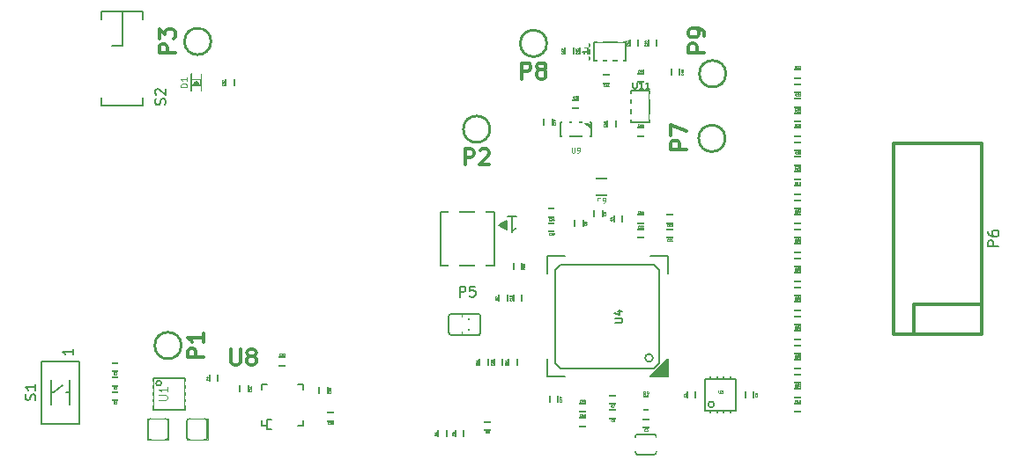
<source format=gto>
G04 (created by PCBNEW (2013-05-31 BZR 4019)-stable) date 6/26/2014 3:48:14 PM*
%MOIN*%
G04 Gerber Fmt 3.4, Leading zero omitted, Abs format*
%FSLAX34Y34*%
G01*
G70*
G90*
G04 APERTURE LIST*
%ADD10C,0.00590551*%
%ADD11C,0.005*%
%ADD12C,0.0059*%
%ADD13C,0.01*%
%ADD14C,0.012*%
%ADD15C,0.0078*%
%ADD16C,0.006*%
%ADD17C,0.0026*%
%ADD18C,0.008*%
%ADD19C,0.0024*%
%ADD20C,0.0039*%
%ADD21C,0.0016*%
%ADD22C,0.0047*%
%ADD23C,0.00472441*%
%ADD24R,0.022X0.032*%
%ADD25R,0.032X0.022*%
%ADD26R,0.0413701X0.0374331*%
%ADD27R,0.0532X0.0158*%
%ADD28R,0.0158X0.0532*%
%ADD29R,0.0532X0.061*%
%ADD30C,0.0807*%
%ADD31O,0.0807402X0.0610551*%
%ADD32R,0.0807402X0.0610551*%
%ADD33R,0.0421575X0.137827*%
%ADD34R,0.0118X0.0295*%
%ADD35R,0.0295X0.0118*%
%ADD36R,0.0256X0.0414*%
%ADD37R,0.0414X0.0374*%
%ADD38R,0.0374X0.0414*%
%ADD39R,0.065X0.073*%
%ADD40C,0.182*%
%ADD41R,0.067X0.067*%
%ADD42C,0.062*%
%ADD43R,0.052X0.018*%
%ADD44R,0.027X0.052*%
%ADD45R,0.052X0.027*%
%ADD46C,0.057*%
%ADD47R,0.0334X0.0334*%
%ADD48R,0.0181X0.0422*%
G04 APERTURE END LIST*
G54D10*
G54D11*
X-8700Y-800D02*
X-8700Y-1500D01*
X-8700Y-1500D02*
X-9900Y-1500D01*
X-9900Y-1500D02*
X-9900Y-800D01*
X-9900Y-800D02*
X-8700Y-800D01*
X-7800Y-3850D02*
X-8500Y-3850D01*
X-8500Y-3850D02*
X-8500Y-2650D01*
X-8500Y-2650D02*
X-7800Y-2650D01*
X-7800Y-2650D02*
X-7800Y-3850D01*
G54D10*
X-29863Y-14075D02*
X-29745Y-14075D01*
X-30454Y-14075D02*
X-30336Y-14075D01*
X-30336Y-14075D02*
X-30021Y-13799D01*
X-29745Y-14547D02*
X-29745Y-13602D01*
X-30454Y-14547D02*
X-30454Y-13602D01*
X-29391Y-12893D02*
X-30808Y-12893D01*
X-30808Y-12893D02*
X-30808Y-15256D01*
X-30808Y-15256D02*
X-29391Y-15256D01*
X-29391Y-15256D02*
X-29391Y-12893D01*
G54D12*
X-7156Y-13483D02*
X-7117Y-13444D01*
X-7117Y-13365D02*
X-7235Y-13483D01*
X-7313Y-13483D02*
X-7117Y-13287D01*
X-7117Y-13208D02*
X-7392Y-13483D01*
X-7471Y-13483D02*
X-7117Y-13129D01*
X-7117Y-13050D02*
X-7550Y-13483D01*
X-7628Y-13483D02*
X-7117Y-12972D01*
X-7117Y-12893D02*
X-7707Y-13483D01*
X-7117Y-12814D02*
X-7117Y-13483D01*
X-7117Y-13483D02*
X-7786Y-13483D01*
X-7786Y-13483D02*
X-7117Y-12814D01*
X-7786Y-8917D02*
X-7117Y-8917D01*
X-7117Y-8917D02*
X-7117Y-9586D01*
X-11683Y-9586D02*
X-11683Y-8917D01*
X-11683Y-8917D02*
X-11014Y-8917D01*
X-11014Y-13483D02*
X-11683Y-13483D01*
X-11683Y-13483D02*
X-11683Y-12814D01*
G54D11*
X-7430Y-9430D02*
X-7430Y-12970D01*
X-7630Y-9230D02*
X-11170Y-9230D01*
X-11370Y-12970D02*
X-11370Y-9430D01*
X-7630Y-13170D02*
X-11170Y-13170D01*
X-7680Y-12770D02*
G75*
G03X-7680Y-12770I-150J0D01*
G74*
G01*
X-7430Y-12970D02*
X-7630Y-13170D01*
X-7630Y-9230D02*
X-7430Y-9430D01*
X-11370Y-9430D02*
X-11170Y-9230D01*
X-11170Y-13170D02*
X-11370Y-12970D01*
X-7700Y-14250D02*
X-7700Y-14750D01*
X-8200Y-14250D02*
X-8200Y-14740D01*
X-8350Y-14250D02*
X-7550Y-14250D01*
X-7550Y-14250D02*
X-7550Y-14750D01*
X-7550Y-14750D02*
X-8350Y-14750D01*
X-8350Y-14750D02*
X-8350Y-14250D01*
G54D13*
X-25975Y-12300D02*
G75*
G03X-25975Y-12300I-50J0D01*
G74*
G01*
X-25522Y-12300D02*
G75*
G03X-25522Y-12300I-502J0D01*
G74*
G01*
G54D14*
X1412Y-11872D02*
X1412Y-4627D01*
X1412Y-4627D02*
X4759Y-4627D01*
X4759Y-11872D02*
X4759Y-4627D01*
X2200Y-11872D02*
X2200Y-10750D01*
X2200Y-10750D02*
X4759Y-10750D01*
X1412Y-11872D02*
X4759Y-11872D01*
G54D13*
X-5400Y-4450D02*
G75*
G03X-5400Y-4450I-50J0D01*
G74*
G01*
X-4947Y-4450D02*
G75*
G03X-4947Y-4450I-502J0D01*
G74*
G01*
G54D15*
X-13676Y-9273D02*
X-15723Y-9273D01*
X-15723Y-9273D02*
X-15723Y-7226D01*
X-15723Y-7226D02*
X-13676Y-7226D01*
X-13676Y-7226D02*
X-13676Y-9273D01*
X-13180Y-7419D02*
X-13007Y-7419D01*
X-12829Y-7836D02*
X-12881Y-7868D01*
X-12881Y-7868D02*
X-12944Y-7919D01*
X-12944Y-7919D02*
X-12999Y-7986D01*
X-12999Y-7986D02*
X-13011Y-8021D01*
X-13011Y-8021D02*
X-13011Y-7419D01*
X-13011Y-7419D02*
X-12837Y-7419D01*
X-13400Y-7698D02*
X-13400Y-7777D01*
X-13361Y-7777D02*
X-13361Y-7698D01*
X-13322Y-7659D02*
X-13322Y-7816D01*
X-13282Y-7816D02*
X-13282Y-7659D01*
X-13243Y-7620D02*
X-13243Y-7856D01*
X-13518Y-7738D02*
X-13203Y-7580D01*
X-13203Y-7580D02*
X-13203Y-7895D01*
X-13203Y-7895D02*
X-13518Y-7738D01*
G54D13*
X-12150Y-850D02*
G75*
G03X-12150Y-850I-50J0D01*
G74*
G01*
X-11697Y-850D02*
G75*
G03X-11697Y-850I-502J0D01*
G74*
G01*
G54D15*
X-22487Y-13763D02*
X-22280Y-13763D01*
X-21120Y-13763D02*
X-20913Y-13763D01*
X-20913Y-13763D02*
X-20913Y-13970D01*
X-20913Y-15130D02*
X-20913Y-15337D01*
X-22487Y-15337D02*
X-22280Y-15337D01*
X-21120Y-15337D02*
X-20913Y-15337D01*
X-22487Y-13763D02*
X-22487Y-13970D01*
X-22487Y-15130D02*
X-22487Y-15337D01*
X-22270Y-15120D02*
X-22103Y-15120D01*
X-22280Y-15475D02*
X-22103Y-15475D01*
X-22280Y-15130D02*
X-22280Y-15475D01*
G54D11*
X-10265Y-3825D02*
X-10010Y-4080D01*
X-10205Y-3825D02*
X-10010Y-4020D01*
X-10975Y-4375D02*
X-10975Y-4635D01*
X-10225Y-4375D02*
X-10225Y-4635D01*
X-10600Y-3825D02*
X-10600Y-3565D01*
X-10975Y-3825D02*
X-10975Y-3565D01*
X-10225Y-3825D02*
X-10225Y-3565D01*
X-10010Y-4375D02*
X-11190Y-4375D01*
X-11190Y-4375D02*
X-11190Y-3825D01*
X-11190Y-3825D02*
X-10010Y-3825D01*
X-10010Y-3825D02*
X-10010Y-4375D01*
X-10140Y-930D02*
X-10460Y-930D01*
X-10450Y-1370D02*
X-10140Y-1370D01*
X-10460Y-1470D02*
X-10460Y-830D01*
X-10460Y-830D02*
X-10140Y-830D01*
X-10140Y-830D02*
X-10140Y-1470D01*
X-10140Y-1470D02*
X-10460Y-1470D01*
X-7930Y-2310D02*
X-7930Y-1990D01*
X-8370Y-2000D02*
X-8370Y-2310D01*
X-8470Y-1990D02*
X-7830Y-1990D01*
X-7830Y-1990D02*
X-7830Y-2310D01*
X-7830Y-2310D02*
X-8470Y-2310D01*
X-8470Y-2310D02*
X-8470Y-1990D01*
G54D13*
X-5375Y-2000D02*
G75*
G03X-5375Y-2000I-50J0D01*
G74*
G01*
X-4922Y-2000D02*
G75*
G03X-4922Y-2000I-502J0D01*
G74*
G01*
G54D11*
X-10075Y-5980D02*
X-10075Y-6620D01*
X-9175Y-6620D02*
X-9175Y-5980D01*
X-8995Y-6620D02*
X-8995Y-5980D01*
X-8995Y-5980D02*
X-10255Y-5980D01*
X-10255Y-5980D02*
X-10255Y-6620D01*
X-10255Y-6620D02*
X-8995Y-6620D01*
X-8840Y-7280D02*
X-9160Y-7280D01*
X-9150Y-7720D02*
X-8840Y-7720D01*
X-9160Y-7820D02*
X-9160Y-7180D01*
X-9160Y-7180D02*
X-8840Y-7180D01*
X-8840Y-7180D02*
X-8840Y-7820D01*
X-8840Y-7820D02*
X-9160Y-7820D01*
G54D13*
X-14300Y-4100D02*
G75*
G03X-14300Y-4100I-50J0D01*
G74*
G01*
X-13847Y-4100D02*
G75*
G03X-13847Y-4100I-502J0D01*
G74*
G01*
X-24850Y-775D02*
G75*
G03X-24850Y-775I-50J0D01*
G74*
G01*
X-24397Y-775D02*
G75*
G03X-24397Y-775I-502J0D01*
G74*
G01*
G54D16*
X-26275Y-13725D02*
G75*
G03X-26275Y-13725I-100J0D01*
G74*
G01*
X-26575Y-14725D02*
X-26575Y-13525D01*
X-26575Y-13525D02*
X-25375Y-13525D01*
X-25375Y-13525D02*
X-25375Y-14725D01*
X-25375Y-14725D02*
X-26575Y-14725D01*
G54D11*
X-8170Y-15090D02*
X-8170Y-15410D01*
X-7730Y-15400D02*
X-7730Y-15090D01*
X-7630Y-15410D02*
X-8270Y-15410D01*
X-8270Y-15410D02*
X-8270Y-15090D01*
X-8270Y-15090D02*
X-7630Y-15090D01*
X-7630Y-15090D02*
X-7630Y-15410D01*
X-21480Y-13060D02*
X-21480Y-12740D01*
X-21920Y-12750D02*
X-21920Y-13060D01*
X-22020Y-12740D02*
X-21380Y-12740D01*
X-21380Y-12740D02*
X-21380Y-13060D01*
X-21380Y-13060D02*
X-22020Y-13060D01*
X-22020Y-13060D02*
X-22020Y-12740D01*
X-6985Y-2170D02*
X-6665Y-2170D01*
X-6675Y-1730D02*
X-6985Y-1730D01*
X-6665Y-1630D02*
X-6665Y-2270D01*
X-6665Y-2270D02*
X-6985Y-2270D01*
X-6985Y-2270D02*
X-6985Y-1630D01*
X-6985Y-1630D02*
X-6665Y-1630D01*
X-8240Y-630D02*
X-8560Y-630D01*
X-8550Y-1070D02*
X-8240Y-1070D01*
X-8560Y-1170D02*
X-8560Y-530D01*
X-8560Y-530D02*
X-8240Y-530D01*
X-8240Y-530D02*
X-8240Y-1170D01*
X-8240Y-1170D02*
X-8560Y-1170D01*
X-10130Y-14810D02*
X-10130Y-14490D01*
X-10570Y-14500D02*
X-10570Y-14810D01*
X-10670Y-14490D02*
X-10030Y-14490D01*
X-10030Y-14490D02*
X-10030Y-14810D01*
X-10030Y-14810D02*
X-10670Y-14810D01*
X-10670Y-14810D02*
X-10670Y-14490D01*
X-7930Y-4360D02*
X-7930Y-4040D01*
X-8370Y-4050D02*
X-8370Y-4360D01*
X-8470Y-4040D02*
X-7830Y-4040D01*
X-7830Y-4040D02*
X-7830Y-4360D01*
X-7830Y-4360D02*
X-8470Y-4360D01*
X-8470Y-4360D02*
X-8470Y-4040D01*
X-10690Y-930D02*
X-11010Y-930D01*
X-11000Y-1370D02*
X-10690Y-1370D01*
X-11010Y-1470D02*
X-11010Y-830D01*
X-11010Y-830D02*
X-10690Y-830D01*
X-10690Y-830D02*
X-10690Y-1470D01*
X-10690Y-1470D02*
X-11010Y-1470D01*
X-9670Y-2040D02*
X-9670Y-2360D01*
X-9230Y-2350D02*
X-9230Y-2040D01*
X-9130Y-2360D02*
X-9770Y-2360D01*
X-9770Y-2360D02*
X-9770Y-2040D01*
X-9770Y-2040D02*
X-9130Y-2040D01*
X-9130Y-2040D02*
X-9130Y-2360D01*
X-9090Y-3680D02*
X-9410Y-3680D01*
X-9400Y-4120D02*
X-9090Y-4120D01*
X-9410Y-4220D02*
X-9410Y-3580D01*
X-9410Y-3580D02*
X-9090Y-3580D01*
X-9090Y-3580D02*
X-9090Y-4220D01*
X-9090Y-4220D02*
X-9410Y-4220D01*
X-11810Y-4070D02*
X-11490Y-4070D01*
X-11500Y-3630D02*
X-11810Y-3630D01*
X-11490Y-3530D02*
X-11490Y-4170D01*
X-11490Y-4170D02*
X-11810Y-4170D01*
X-11810Y-4170D02*
X-11810Y-3530D01*
X-11810Y-3530D02*
X-11490Y-3530D01*
X-10380Y-3310D02*
X-10380Y-2990D01*
X-10820Y-3000D02*
X-10820Y-3310D01*
X-10920Y-2990D02*
X-10280Y-2990D01*
X-10280Y-2990D02*
X-10280Y-3310D01*
X-10280Y-3310D02*
X-10920Y-3310D01*
X-10920Y-3310D02*
X-10920Y-2990D01*
X-2420Y-13390D02*
X-2420Y-13710D01*
X-1980Y-13700D02*
X-1980Y-13390D01*
X-1880Y-13710D02*
X-2520Y-13710D01*
X-2520Y-13710D02*
X-2520Y-13390D01*
X-2520Y-13390D02*
X-1880Y-13390D01*
X-1880Y-13390D02*
X-1880Y-13710D01*
X-2420Y-12290D02*
X-2420Y-12610D01*
X-1980Y-12600D02*
X-1980Y-12290D01*
X-1880Y-12610D02*
X-2520Y-12610D01*
X-2520Y-12610D02*
X-2520Y-12290D01*
X-2520Y-12290D02*
X-1880Y-12290D01*
X-1880Y-12290D02*
X-1880Y-12610D01*
X-2420Y-11190D02*
X-2420Y-11510D01*
X-1980Y-11500D02*
X-1980Y-11190D01*
X-1880Y-11510D02*
X-2520Y-11510D01*
X-2520Y-11510D02*
X-2520Y-11190D01*
X-2520Y-11190D02*
X-1880Y-11190D01*
X-1880Y-11190D02*
X-1880Y-11510D01*
X-2420Y-10090D02*
X-2420Y-10410D01*
X-1980Y-10400D02*
X-1980Y-10090D01*
X-1880Y-10410D02*
X-2520Y-10410D01*
X-2520Y-10410D02*
X-2520Y-10090D01*
X-2520Y-10090D02*
X-1880Y-10090D01*
X-1880Y-10090D02*
X-1880Y-10410D01*
X-2420Y-7890D02*
X-2420Y-8210D01*
X-1980Y-8200D02*
X-1980Y-7890D01*
X-1880Y-8210D02*
X-2520Y-8210D01*
X-2520Y-8210D02*
X-2520Y-7890D01*
X-2520Y-7890D02*
X-1880Y-7890D01*
X-1880Y-7890D02*
X-1880Y-8210D01*
X-2420Y-6790D02*
X-2420Y-7110D01*
X-1980Y-7100D02*
X-1980Y-6790D01*
X-1880Y-7110D02*
X-2520Y-7110D01*
X-2520Y-7110D02*
X-2520Y-6790D01*
X-2520Y-6790D02*
X-1880Y-6790D01*
X-1880Y-6790D02*
X-1880Y-7110D01*
X-2420Y-5140D02*
X-2420Y-5460D01*
X-1980Y-5450D02*
X-1980Y-5140D01*
X-1880Y-5460D02*
X-2520Y-5460D01*
X-2520Y-5460D02*
X-2520Y-5140D01*
X-2520Y-5140D02*
X-1880Y-5140D01*
X-1880Y-5140D02*
X-1880Y-5460D01*
X-2420Y-8990D02*
X-2420Y-9310D01*
X-1980Y-9300D02*
X-1980Y-8990D01*
X-1880Y-9310D02*
X-2520Y-9310D01*
X-2520Y-9310D02*
X-2520Y-8990D01*
X-2520Y-8990D02*
X-1880Y-8990D01*
X-1880Y-8990D02*
X-1880Y-9310D01*
X-9420Y-14190D02*
X-9420Y-14510D01*
X-8980Y-14500D02*
X-8980Y-14190D01*
X-8880Y-14510D02*
X-9520Y-14510D01*
X-9520Y-14510D02*
X-9520Y-14190D01*
X-9520Y-14190D02*
X-8880Y-14190D01*
X-8880Y-14190D02*
X-8880Y-14510D01*
X-7270Y-7340D02*
X-7270Y-7660D01*
X-6830Y-7650D02*
X-6830Y-7340D01*
X-6730Y-7660D02*
X-7370Y-7660D01*
X-7370Y-7660D02*
X-7370Y-7340D01*
X-7370Y-7340D02*
X-6730Y-7340D01*
X-6730Y-7340D02*
X-6730Y-7660D01*
X-7930Y-7660D02*
X-7930Y-7340D01*
X-8370Y-7350D02*
X-8370Y-7660D01*
X-8470Y-7340D02*
X-7830Y-7340D01*
X-7830Y-7340D02*
X-7830Y-7660D01*
X-7830Y-7660D02*
X-8470Y-7660D01*
X-8470Y-7660D02*
X-8470Y-7340D01*
X-7540Y-630D02*
X-7860Y-630D01*
X-7850Y-1070D02*
X-7540Y-1070D01*
X-7860Y-1170D02*
X-7860Y-530D01*
X-7860Y-530D02*
X-7540Y-530D01*
X-7540Y-530D02*
X-7540Y-1170D01*
X-7540Y-1170D02*
X-7860Y-1170D01*
X-9910Y-7520D02*
X-9590Y-7520D01*
X-9600Y-7080D02*
X-9910Y-7080D01*
X-9590Y-6980D02*
X-9590Y-7620D01*
X-9590Y-7620D02*
X-9910Y-7620D01*
X-9910Y-7620D02*
X-9910Y-6980D01*
X-9910Y-6980D02*
X-9590Y-6980D01*
X-2420Y-2390D02*
X-2420Y-2710D01*
X-1980Y-2700D02*
X-1980Y-2390D01*
X-1880Y-2710D02*
X-2520Y-2710D01*
X-2520Y-2710D02*
X-2520Y-2390D01*
X-2520Y-2390D02*
X-1880Y-2390D01*
X-1880Y-2390D02*
X-1880Y-2710D01*
X-12640Y-10280D02*
X-12960Y-10280D01*
X-12950Y-10720D02*
X-12640Y-10720D01*
X-12960Y-10820D02*
X-12960Y-10180D01*
X-12960Y-10180D02*
X-12640Y-10180D01*
X-12640Y-10180D02*
X-12640Y-10820D01*
X-12640Y-10820D02*
X-12960Y-10820D01*
X-6065Y-13955D02*
X-6385Y-13955D01*
X-6375Y-14395D02*
X-6065Y-14395D01*
X-6385Y-14495D02*
X-6385Y-13855D01*
X-6385Y-13855D02*
X-6065Y-13855D01*
X-6065Y-13855D02*
X-6065Y-14495D01*
X-6065Y-14495D02*
X-6385Y-14495D01*
X-7270Y-7890D02*
X-7270Y-8210D01*
X-6830Y-8200D02*
X-6830Y-7890D01*
X-6730Y-8210D02*
X-7370Y-8210D01*
X-7370Y-8210D02*
X-7370Y-7890D01*
X-7370Y-7890D02*
X-6730Y-7890D01*
X-6730Y-7890D02*
X-6730Y-8210D01*
X-9420Y-14740D02*
X-9420Y-15060D01*
X-8980Y-15050D02*
X-8980Y-14740D01*
X-8880Y-15060D02*
X-9520Y-15060D01*
X-9520Y-15060D02*
X-9520Y-14740D01*
X-9520Y-14740D02*
X-8880Y-14740D01*
X-8880Y-14740D02*
X-8880Y-15060D01*
X-7930Y-8210D02*
X-7930Y-7890D01*
X-8370Y-7900D02*
X-8370Y-8210D01*
X-8470Y-7890D02*
X-7830Y-7890D01*
X-7830Y-7890D02*
X-7830Y-8210D01*
X-7830Y-8210D02*
X-8470Y-8210D01*
X-8470Y-8210D02*
X-8470Y-7890D01*
X-20095Y-14840D02*
X-20095Y-15160D01*
X-19655Y-15150D02*
X-19655Y-14840D01*
X-19555Y-15160D02*
X-20195Y-15160D01*
X-20195Y-15160D02*
X-20195Y-14840D01*
X-20195Y-14840D02*
X-19555Y-14840D01*
X-19555Y-14840D02*
X-19555Y-15160D01*
X-23310Y-14170D02*
X-22990Y-14170D01*
X-23000Y-13730D02*
X-23310Y-13730D01*
X-22990Y-13630D02*
X-22990Y-14270D01*
X-22990Y-14270D02*
X-23310Y-14270D01*
X-23310Y-14270D02*
X-23310Y-13630D01*
X-23310Y-13630D02*
X-22990Y-13630D01*
X-2420Y-4590D02*
X-2420Y-4910D01*
X-1980Y-4900D02*
X-1980Y-4590D01*
X-1880Y-4910D02*
X-2520Y-4910D01*
X-2520Y-4910D02*
X-2520Y-4590D01*
X-2520Y-4590D02*
X-1880Y-4590D01*
X-1880Y-4590D02*
X-1880Y-4910D01*
X-20310Y-14220D02*
X-19990Y-14220D01*
X-20000Y-13780D02*
X-20310Y-13780D01*
X-19990Y-13680D02*
X-19990Y-14320D01*
X-19990Y-14320D02*
X-20310Y-14320D01*
X-20310Y-14320D02*
X-20310Y-13680D01*
X-20310Y-13680D02*
X-19990Y-13680D01*
X-10130Y-15360D02*
X-10130Y-15040D01*
X-10570Y-15050D02*
X-10570Y-15360D01*
X-10670Y-15040D02*
X-10030Y-15040D01*
X-10030Y-15040D02*
X-10030Y-15360D01*
X-10030Y-15360D02*
X-10670Y-15360D01*
X-10670Y-15360D02*
X-10670Y-15040D01*
X-11585Y-14570D02*
X-11265Y-14570D01*
X-11275Y-14130D02*
X-11585Y-14130D01*
X-11265Y-14030D02*
X-11265Y-14670D01*
X-11265Y-14670D02*
X-11585Y-14670D01*
X-11585Y-14670D02*
X-11585Y-14030D01*
X-11585Y-14030D02*
X-11265Y-14030D01*
X-2420Y-2940D02*
X-2420Y-3260D01*
X-1980Y-3250D02*
X-1980Y-2940D01*
X-1880Y-3260D02*
X-2520Y-3260D01*
X-2520Y-3260D02*
X-2520Y-2940D01*
X-2520Y-2940D02*
X-1880Y-2940D01*
X-1880Y-2940D02*
X-1880Y-3260D01*
X-10635Y-7895D02*
X-10315Y-7895D01*
X-10325Y-7455D02*
X-10635Y-7455D01*
X-10315Y-7355D02*
X-10315Y-7995D01*
X-10315Y-7995D02*
X-10635Y-7995D01*
X-10635Y-7995D02*
X-10635Y-7355D01*
X-10635Y-7355D02*
X-10315Y-7355D01*
X-4185Y-14395D02*
X-3865Y-14395D01*
X-3875Y-13955D02*
X-4185Y-13955D01*
X-3865Y-13855D02*
X-3865Y-14495D01*
X-3865Y-14495D02*
X-4185Y-14495D01*
X-4185Y-14495D02*
X-4185Y-13855D01*
X-4185Y-13855D02*
X-3865Y-13855D01*
X-1980Y-14810D02*
X-1980Y-14490D01*
X-2420Y-14500D02*
X-2420Y-14810D01*
X-2520Y-14490D02*
X-1880Y-14490D01*
X-1880Y-14490D02*
X-1880Y-14810D01*
X-1880Y-14810D02*
X-2520Y-14810D01*
X-2520Y-14810D02*
X-2520Y-14490D01*
X-1980Y-3810D02*
X-1980Y-3490D01*
X-2420Y-3500D02*
X-2420Y-3810D01*
X-2520Y-3490D02*
X-1880Y-3490D01*
X-1880Y-3490D02*
X-1880Y-3810D01*
X-1880Y-3810D02*
X-2520Y-3810D01*
X-2520Y-3810D02*
X-2520Y-3490D01*
X-1980Y-10960D02*
X-1980Y-10640D01*
X-2420Y-10650D02*
X-2420Y-10960D01*
X-2520Y-10640D02*
X-1880Y-10640D01*
X-1880Y-10640D02*
X-1880Y-10960D01*
X-1880Y-10960D02*
X-2520Y-10960D01*
X-2520Y-10960D02*
X-2520Y-10640D01*
X-1980Y-4360D02*
X-1980Y-4040D01*
X-2420Y-4050D02*
X-2420Y-4360D01*
X-2520Y-4040D02*
X-1880Y-4040D01*
X-1880Y-4040D02*
X-1880Y-4360D01*
X-1880Y-4360D02*
X-2520Y-4360D01*
X-2520Y-4360D02*
X-2520Y-4040D01*
X-1980Y-6010D02*
X-1980Y-5690D01*
X-2420Y-5700D02*
X-2420Y-6010D01*
X-2520Y-5690D02*
X-1880Y-5690D01*
X-1880Y-5690D02*
X-1880Y-6010D01*
X-1880Y-6010D02*
X-2520Y-6010D01*
X-2520Y-6010D02*
X-2520Y-5690D01*
X-1980Y-6560D02*
X-1980Y-6240D01*
X-2420Y-6250D02*
X-2420Y-6560D01*
X-2520Y-6240D02*
X-1880Y-6240D01*
X-1880Y-6240D02*
X-1880Y-6560D01*
X-1880Y-6560D02*
X-2520Y-6560D01*
X-2520Y-6560D02*
X-2520Y-6240D01*
X-1980Y-7660D02*
X-1980Y-7340D01*
X-2420Y-7350D02*
X-2420Y-7660D01*
X-2520Y-7340D02*
X-1880Y-7340D01*
X-1880Y-7340D02*
X-1880Y-7660D01*
X-1880Y-7660D02*
X-2520Y-7660D01*
X-2520Y-7660D02*
X-2520Y-7340D01*
X-1980Y-8760D02*
X-1980Y-8440D01*
X-2420Y-8450D02*
X-2420Y-8760D01*
X-2520Y-8440D02*
X-1880Y-8440D01*
X-1880Y-8440D02*
X-1880Y-8760D01*
X-1880Y-8760D02*
X-2520Y-8760D01*
X-2520Y-8760D02*
X-2520Y-8440D01*
X-1980Y-9860D02*
X-1980Y-9540D01*
X-2420Y-9550D02*
X-2420Y-9860D01*
X-2520Y-9540D02*
X-1880Y-9540D01*
X-1880Y-9540D02*
X-1880Y-9860D01*
X-1880Y-9860D02*
X-2520Y-9860D01*
X-2520Y-9860D02*
X-2520Y-9540D01*
X-1980Y-13160D02*
X-1980Y-12840D01*
X-2420Y-12850D02*
X-2420Y-13160D01*
X-2520Y-12840D02*
X-1880Y-12840D01*
X-1880Y-12840D02*
X-1880Y-13160D01*
X-1880Y-13160D02*
X-2520Y-13160D01*
X-2520Y-13160D02*
X-2520Y-12840D01*
X-1980Y-14260D02*
X-1980Y-13940D01*
X-2420Y-13950D02*
X-2420Y-14260D01*
X-2520Y-13940D02*
X-1880Y-13940D01*
X-1880Y-13940D02*
X-1880Y-14260D01*
X-1880Y-14260D02*
X-2520Y-14260D01*
X-2520Y-14260D02*
X-2520Y-13940D01*
X-1980Y-12060D02*
X-1980Y-11740D01*
X-2420Y-11750D02*
X-2420Y-12060D01*
X-2520Y-11740D02*
X-1880Y-11740D01*
X-1880Y-11740D02*
X-1880Y-12060D01*
X-1880Y-12060D02*
X-2520Y-12060D01*
X-2520Y-12060D02*
X-2520Y-11740D01*
X-13915Y-12730D02*
X-14235Y-12730D01*
X-14225Y-13170D02*
X-13915Y-13170D01*
X-14235Y-13270D02*
X-14235Y-12630D01*
X-14235Y-12630D02*
X-13915Y-12630D01*
X-13915Y-12630D02*
X-13915Y-13270D01*
X-13915Y-13270D02*
X-14235Y-13270D01*
X-15490Y-15430D02*
X-15810Y-15430D01*
X-15800Y-15870D02*
X-15490Y-15870D01*
X-15810Y-15970D02*
X-15810Y-15330D01*
X-15810Y-15330D02*
X-15490Y-15330D01*
X-15490Y-15330D02*
X-15490Y-15970D01*
X-15490Y-15970D02*
X-15810Y-15970D01*
X-14840Y-15430D02*
X-15160Y-15430D01*
X-15150Y-15870D02*
X-14840Y-15870D01*
X-15160Y-15970D02*
X-15160Y-15330D01*
X-15160Y-15330D02*
X-14840Y-15330D01*
X-14840Y-15330D02*
X-14840Y-15970D01*
X-14840Y-15970D02*
X-15160Y-15970D01*
X-24140Y-13330D02*
X-24460Y-13330D01*
X-24450Y-13770D02*
X-24140Y-13770D01*
X-24460Y-13870D02*
X-24460Y-13230D01*
X-24460Y-13230D02*
X-24140Y-13230D01*
X-24140Y-13230D02*
X-24140Y-13870D01*
X-24140Y-13870D02*
X-24460Y-13870D01*
X-28245Y-13515D02*
X-28245Y-13835D01*
X-27805Y-13825D02*
X-27805Y-13515D01*
X-27705Y-13835D02*
X-28345Y-13835D01*
X-28345Y-13835D02*
X-28345Y-13515D01*
X-28345Y-13515D02*
X-27705Y-13515D01*
X-27705Y-13515D02*
X-27705Y-13835D01*
X-28245Y-12965D02*
X-28245Y-13285D01*
X-27805Y-13275D02*
X-27805Y-12965D01*
X-27705Y-13285D02*
X-28345Y-13285D01*
X-28345Y-13285D02*
X-28345Y-12965D01*
X-28345Y-12965D02*
X-27705Y-12965D01*
X-27705Y-12965D02*
X-27705Y-13285D01*
X-28245Y-14065D02*
X-28245Y-14385D01*
X-27805Y-14375D02*
X-27805Y-14065D01*
X-27705Y-14385D02*
X-28345Y-14385D01*
X-28345Y-14385D02*
X-28345Y-14065D01*
X-28345Y-14065D02*
X-27705Y-14065D01*
X-27705Y-14065D02*
X-27705Y-14385D01*
X-14170Y-15190D02*
X-14170Y-15510D01*
X-13730Y-15500D02*
X-13730Y-15190D01*
X-13630Y-15510D02*
X-14270Y-15510D01*
X-14270Y-15510D02*
X-14270Y-15190D01*
X-14270Y-15190D02*
X-13630Y-15190D01*
X-13630Y-15190D02*
X-13630Y-15510D01*
X-13190Y-10280D02*
X-13510Y-10280D01*
X-13500Y-10720D02*
X-13190Y-10720D01*
X-13510Y-10820D02*
X-13510Y-10180D01*
X-13510Y-10180D02*
X-13190Y-10180D01*
X-13190Y-10180D02*
X-13190Y-10820D01*
X-13190Y-10820D02*
X-13510Y-10820D01*
X-1980Y-2160D02*
X-1980Y-1840D01*
X-2420Y-1850D02*
X-2420Y-2160D01*
X-2520Y-1840D02*
X-1880Y-1840D01*
X-1880Y-1840D02*
X-1880Y-2160D01*
X-1880Y-2160D02*
X-2520Y-2160D01*
X-2520Y-2160D02*
X-2520Y-1840D01*
X-12960Y-9520D02*
X-12640Y-9520D01*
X-12650Y-9080D02*
X-12960Y-9080D01*
X-12640Y-8980D02*
X-12640Y-9620D01*
X-12640Y-9620D02*
X-12960Y-9620D01*
X-12960Y-9620D02*
X-12960Y-8980D01*
X-12960Y-8980D02*
X-12640Y-8980D01*
X-12815Y-12730D02*
X-13135Y-12730D01*
X-13125Y-13170D02*
X-12815Y-13170D01*
X-13135Y-13270D02*
X-13135Y-12630D01*
X-13135Y-12630D02*
X-12815Y-12630D01*
X-12815Y-12630D02*
X-12815Y-13270D01*
X-12815Y-13270D02*
X-13135Y-13270D01*
X-13365Y-12730D02*
X-13685Y-12730D01*
X-13675Y-13170D02*
X-13365Y-13170D01*
X-13685Y-13270D02*
X-13685Y-12630D01*
X-13685Y-12630D02*
X-13365Y-12630D01*
X-13365Y-12630D02*
X-13365Y-13270D01*
X-13365Y-13270D02*
X-13685Y-13270D01*
G54D17*
X-14910Y-11900D02*
X-14240Y-11900D01*
X-14240Y-11900D02*
X-14240Y-11110D01*
X-14910Y-11110D02*
X-14240Y-11110D01*
X-14910Y-11900D02*
X-14910Y-11110D01*
G54D16*
X-14300Y-11900D02*
X-15300Y-11900D01*
X-14200Y-11800D02*
X-14200Y-11200D01*
X-15400Y-11800D02*
X-15400Y-11200D01*
X-15300Y-11100D02*
X-14300Y-11100D01*
G54D11*
X-14400Y-11300D02*
X-14875Y-11300D01*
X-14875Y-11300D02*
X-14875Y-11700D01*
X-14875Y-11700D02*
X-14400Y-11700D01*
X-14400Y-11700D02*
X-14400Y-11300D01*
G54D16*
X-14200Y-11200D02*
G75*
G03X-14300Y-11100I-100J0D01*
G74*
G01*
X-15300Y-11100D02*
G75*
G03X-15400Y-11200I0J-100D01*
G74*
G01*
X-15400Y-11800D02*
G75*
G03X-15300Y-11900I100J0D01*
G74*
G01*
X-14300Y-11900D02*
G75*
G03X-14200Y-11800I0J100D01*
G74*
G01*
G54D18*
X-7636Y-16443D02*
X-8264Y-16443D01*
X-8264Y-15657D02*
X-7636Y-15657D01*
X-7557Y-15774D02*
G75*
G03X-7635Y-15657I-97J19D01*
G74*
G01*
X-8264Y-15656D02*
G75*
G03X-8343Y-15774I19J-98D01*
G74*
G01*
X-8342Y-16325D02*
G75*
G03X-8264Y-16442I97J-19D01*
G74*
G01*
X-7635Y-16443D02*
G75*
G03X-7556Y-16325I-19J98D01*
G74*
G01*
G54D17*
X-26800Y-15075D02*
X-26800Y-15875D01*
X-26800Y-15875D02*
X-26000Y-15875D01*
X-26000Y-15075D02*
X-26000Y-15875D01*
X-26800Y-15075D02*
X-26000Y-15075D01*
G54D18*
X-26793Y-15789D02*
X-26793Y-15161D01*
X-26007Y-15161D02*
X-26007Y-15789D01*
X-26124Y-15867D02*
G75*
G03X-26007Y-15789I19J97D01*
G74*
G01*
X-26006Y-15160D02*
G75*
G03X-26124Y-15081I-98J-19D01*
G74*
G01*
X-26675Y-15082D02*
G75*
G03X-26792Y-15160I-19J-97D01*
G74*
G01*
X-26793Y-15789D02*
G75*
G03X-26675Y-15868I98J19D01*
G74*
G01*
G54D17*
X-25325Y-15075D02*
X-25325Y-15875D01*
X-25325Y-15875D02*
X-24525Y-15875D01*
X-24525Y-15075D02*
X-24525Y-15875D01*
X-25325Y-15075D02*
X-24525Y-15075D01*
G54D18*
X-25318Y-15789D02*
X-25318Y-15161D01*
X-24532Y-15161D02*
X-24532Y-15789D01*
X-24649Y-15867D02*
G75*
G03X-24532Y-15789I19J97D01*
G74*
G01*
X-24531Y-15160D02*
G75*
G03X-24649Y-15081I-98J-19D01*
G74*
G01*
X-25200Y-15082D02*
G75*
G03X-25317Y-15160I-19J-97D01*
G74*
G01*
X-25318Y-15789D02*
G75*
G03X-25200Y-15868I98J19D01*
G74*
G01*
G54D10*
X-27750Y346D02*
X-27750Y-932D01*
X-27750Y-932D02*
X-28143Y-932D01*
X-28537Y-3196D02*
X-28537Y-2901D01*
X-26962Y-3196D02*
X-26962Y-2901D01*
X-28537Y346D02*
X-28537Y51D01*
X-26962Y346D02*
X-26962Y51D01*
X-27750Y346D02*
X-26962Y346D01*
X-26962Y-3196D02*
X-27750Y-3196D01*
X-27750Y-3196D02*
X-28537Y-3196D01*
X-28537Y346D02*
X-27750Y346D01*
G54D11*
X-11745Y-7665D02*
X-11745Y-7985D01*
X-11305Y-7975D02*
X-11305Y-7665D01*
X-11205Y-7985D02*
X-11845Y-7985D01*
X-11845Y-7985D02*
X-11845Y-7665D01*
X-11845Y-7665D02*
X-11205Y-7665D01*
X-11205Y-7665D02*
X-11205Y-7985D01*
X-11745Y-7115D02*
X-11745Y-7435D01*
X-11305Y-7425D02*
X-11305Y-7115D01*
X-11205Y-7435D02*
X-11845Y-7435D01*
X-11845Y-7435D02*
X-11845Y-7115D01*
X-11845Y-7115D02*
X-11205Y-7115D01*
X-11205Y-7115D02*
X-11205Y-7435D01*
X-23520Y-2110D02*
X-23840Y-2110D01*
X-23830Y-2550D02*
X-23520Y-2550D01*
X-23840Y-2650D02*
X-23840Y-2010D01*
X-23840Y-2010D02*
X-23520Y-2010D01*
X-23520Y-2010D02*
X-23520Y-2650D01*
X-23520Y-2650D02*
X-23840Y-2650D01*
X-24763Y-2212D02*
X-25157Y-2212D01*
X-25157Y-2448D02*
X-24763Y-2448D01*
X-24921Y-2330D02*
X-24999Y-2330D01*
X-25039Y-2369D02*
X-24881Y-2369D01*
X-24881Y-2369D02*
X-24960Y-2291D01*
X-24960Y-2291D02*
X-25039Y-2369D01*
X-25157Y-2645D02*
X-25157Y-2015D01*
X-25157Y-2015D02*
X-24763Y-2015D01*
X-24763Y-2015D02*
X-24763Y-2645D01*
X-24763Y-2645D02*
X-25157Y-2645D01*
X-4995Y-13585D02*
X-4995Y-13225D01*
X-5255Y-13585D02*
X-5255Y-13225D01*
X-5505Y-13585D02*
X-5505Y-13225D01*
X-4745Y-13585D02*
X-4745Y-13225D01*
X-4745Y-14765D02*
X-4745Y-15125D01*
X-4995Y-14765D02*
X-4995Y-15125D01*
X-5505Y-14765D02*
X-5505Y-15125D01*
X-5255Y-14765D02*
X-5255Y-15125D01*
X-5367Y-14530D02*
G75*
G03X-5367Y-14530I-111J0D01*
G74*
G01*
X-4534Y-13584D02*
X-5716Y-13584D01*
X-5716Y-13584D02*
X-5716Y-14766D01*
X-5716Y-14766D02*
X-4534Y-14766D01*
X-4534Y-14766D02*
X-4534Y-13584D01*
X-10339Y-1481D02*
X-10137Y-1481D01*
X-10113Y-1469D01*
X-10101Y-1457D01*
X-10089Y-1433D01*
X-10089Y-1385D01*
X-10101Y-1362D01*
X-10113Y-1350D01*
X-10137Y-1338D01*
X-10339Y-1338D01*
X-10089Y-1088D02*
X-10089Y-1231D01*
X-10089Y-1159D02*
X-10339Y-1159D01*
X-10303Y-1183D01*
X-10280Y-1207D01*
X-10268Y-1231D01*
X-10339Y-933D02*
X-10339Y-909D01*
X-10327Y-885D01*
X-10315Y-874D01*
X-10291Y-862D01*
X-10244Y-850D01*
X-10184Y-850D01*
X-10137Y-862D01*
X-10113Y-874D01*
X-10101Y-885D01*
X-10089Y-909D01*
X-10089Y-933D01*
X-10101Y-957D01*
X-10113Y-969D01*
X-10137Y-981D01*
X-10184Y-993D01*
X-10244Y-993D01*
X-10291Y-981D01*
X-10315Y-969D01*
X-10327Y-957D01*
X-10339Y-933D01*
X-8436Y-2310D02*
X-8436Y-2512D01*
X-8424Y-2536D01*
X-8412Y-2548D01*
X-8388Y-2560D01*
X-8340Y-2560D01*
X-8317Y-2548D01*
X-8305Y-2536D01*
X-8293Y-2512D01*
X-8293Y-2310D01*
X-8043Y-2560D02*
X-8186Y-2560D01*
X-8114Y-2560D02*
X-8114Y-2310D01*
X-8138Y-2346D01*
X-8162Y-2369D01*
X-8186Y-2381D01*
X-7805Y-2560D02*
X-7948Y-2560D01*
X-7876Y-2560D02*
X-7876Y-2310D01*
X-7900Y-2346D01*
X-7924Y-2369D01*
X-7948Y-2381D01*
G54D10*
X-31051Y-14365D02*
X-31033Y-14308D01*
X-31033Y-14215D01*
X-31051Y-14177D01*
X-31070Y-14158D01*
X-31108Y-14140D01*
X-31145Y-14140D01*
X-31183Y-14158D01*
X-31201Y-14177D01*
X-31220Y-14215D01*
X-31239Y-14290D01*
X-31258Y-14327D01*
X-31276Y-14346D01*
X-31314Y-14365D01*
X-31351Y-14365D01*
X-31389Y-14346D01*
X-31408Y-14327D01*
X-31426Y-14290D01*
X-31426Y-14196D01*
X-31408Y-14140D01*
X-31033Y-13765D02*
X-31033Y-13990D01*
X-31033Y-13877D02*
X-31426Y-13877D01*
X-31370Y-13915D01*
X-31333Y-13952D01*
X-31314Y-13990D01*
X-29625Y-12427D02*
X-29625Y-12652D01*
X-29625Y-12539D02*
X-30019Y-12539D01*
X-29963Y-12577D01*
X-29925Y-12614D01*
X-29906Y-12652D01*
G54D12*
X-9125Y-11424D02*
X-8886Y-11424D01*
X-8858Y-11410D01*
X-8844Y-11396D01*
X-8830Y-11368D01*
X-8830Y-11312D01*
X-8844Y-11284D01*
X-8858Y-11270D01*
X-8886Y-11256D01*
X-9125Y-11256D01*
X-9027Y-10989D02*
X-8830Y-10989D01*
X-9139Y-11059D02*
X-8928Y-11129D01*
X-8928Y-10947D01*
G54D19*
X-7969Y-14157D02*
X-8009Y-14101D01*
X-8037Y-14157D02*
X-8037Y-14039D01*
X-7992Y-14039D01*
X-7980Y-14045D01*
X-7975Y-14051D01*
X-7969Y-14062D01*
X-7969Y-14079D01*
X-7975Y-14090D01*
X-7980Y-14095D01*
X-7992Y-14101D01*
X-8037Y-14101D01*
X-7913Y-14157D02*
X-7891Y-14157D01*
X-7879Y-14152D01*
X-7874Y-14146D01*
X-7862Y-14129D01*
X-7857Y-14107D01*
X-7857Y-14062D01*
X-7862Y-14051D01*
X-7868Y-14045D01*
X-7879Y-14039D01*
X-7902Y-14039D01*
X-7913Y-14045D01*
X-7919Y-14051D01*
X-7924Y-14062D01*
X-7924Y-14090D01*
X-7919Y-14101D01*
X-7913Y-14107D01*
X-7902Y-14112D01*
X-7879Y-14112D01*
X-7868Y-14107D01*
X-7862Y-14101D01*
X-7857Y-14090D01*
G54D14*
X-24682Y-12742D02*
X-25282Y-12742D01*
X-25282Y-12514D01*
X-25253Y-12457D01*
X-25225Y-12428D01*
X-25167Y-12400D01*
X-25082Y-12400D01*
X-25025Y-12428D01*
X-24996Y-12457D01*
X-24967Y-12514D01*
X-24967Y-12742D01*
X-24682Y-11828D02*
X-24682Y-12171D01*
X-24682Y-12000D02*
X-25282Y-12000D01*
X-25196Y-12057D01*
X-25139Y-12114D01*
X-25110Y-12171D01*
G54D18*
X5393Y-8545D02*
X4993Y-8545D01*
X4993Y-8392D01*
X5012Y-8354D01*
X5031Y-8335D01*
X5069Y-8316D01*
X5126Y-8316D01*
X5164Y-8335D01*
X5183Y-8354D01*
X5202Y-8392D01*
X5202Y-8545D01*
X4993Y-7973D02*
X4993Y-8049D01*
X5012Y-8088D01*
X5031Y-8107D01*
X5088Y-8145D01*
X5164Y-8164D01*
X5317Y-8164D01*
X5355Y-8145D01*
X5374Y-8126D01*
X5393Y-8088D01*
X5393Y-8011D01*
X5374Y-7973D01*
X5355Y-7954D01*
X5317Y-7935D01*
X5221Y-7935D01*
X5183Y-7954D01*
X5164Y-7973D01*
X5145Y-8011D01*
X5145Y-8088D01*
X5164Y-8126D01*
X5183Y-8145D01*
X5221Y-8164D01*
G54D14*
X-6407Y-4867D02*
X-7007Y-4867D01*
X-7007Y-4639D01*
X-6978Y-4582D01*
X-6950Y-4553D01*
X-6892Y-4525D01*
X-6807Y-4525D01*
X-6750Y-4553D01*
X-6721Y-4582D01*
X-6692Y-4639D01*
X-6692Y-4867D01*
X-7007Y-4325D02*
X-7007Y-3925D01*
X-6407Y-4182D01*
G54D15*
X-14990Y-10456D02*
X-14990Y-10063D01*
X-14840Y-10063D01*
X-14802Y-10082D01*
X-14784Y-10100D01*
X-14765Y-10138D01*
X-14765Y-10194D01*
X-14784Y-10231D01*
X-14802Y-10250D01*
X-14840Y-10269D01*
X-14990Y-10269D01*
X-14409Y-10063D02*
X-14597Y-10063D01*
X-14615Y-10250D01*
X-14597Y-10231D01*
X-14559Y-10213D01*
X-14466Y-10213D01*
X-14428Y-10231D01*
X-14409Y-10250D01*
X-14391Y-10287D01*
X-14391Y-10381D01*
X-14409Y-10418D01*
X-14428Y-10437D01*
X-14466Y-10456D01*
X-14559Y-10456D01*
X-14597Y-10437D01*
X-14615Y-10418D01*
G54D14*
X-12642Y-2192D02*
X-12642Y-1592D01*
X-12414Y-1592D01*
X-12357Y-1621D01*
X-12328Y-1650D01*
X-12300Y-1707D01*
X-12300Y-1792D01*
X-12328Y-1850D01*
X-12357Y-1878D01*
X-12414Y-1907D01*
X-12642Y-1907D01*
X-11957Y-1850D02*
X-12014Y-1821D01*
X-12042Y-1792D01*
X-12071Y-1735D01*
X-12071Y-1707D01*
X-12042Y-1650D01*
X-12014Y-1621D01*
X-11957Y-1592D01*
X-11842Y-1592D01*
X-11785Y-1621D01*
X-11757Y-1650D01*
X-11728Y-1707D01*
X-11728Y-1735D01*
X-11757Y-1792D01*
X-11785Y-1821D01*
X-11842Y-1850D01*
X-11957Y-1850D01*
X-12014Y-1878D01*
X-12042Y-1907D01*
X-12071Y-1964D01*
X-12071Y-2078D01*
X-12042Y-2135D01*
X-12014Y-2164D01*
X-11957Y-2192D01*
X-11842Y-2192D01*
X-11785Y-2164D01*
X-11757Y-2135D01*
X-11728Y-2078D01*
X-11728Y-1964D01*
X-11757Y-1907D01*
X-11785Y-1878D01*
X-11842Y-1850D01*
X-23632Y-12442D02*
X-23632Y-12928D01*
X-23603Y-12985D01*
X-23575Y-13014D01*
X-23517Y-13042D01*
X-23403Y-13042D01*
X-23346Y-13014D01*
X-23317Y-12985D01*
X-23289Y-12928D01*
X-23289Y-12442D01*
X-22917Y-12700D02*
X-22975Y-12671D01*
X-23003Y-12642D01*
X-23032Y-12585D01*
X-23032Y-12557D01*
X-23003Y-12500D01*
X-22975Y-12471D01*
X-22917Y-12442D01*
X-22803Y-12442D01*
X-22746Y-12471D01*
X-22717Y-12500D01*
X-22689Y-12557D01*
X-22689Y-12585D01*
X-22717Y-12642D01*
X-22746Y-12671D01*
X-22803Y-12700D01*
X-22917Y-12700D01*
X-22975Y-12728D01*
X-23003Y-12757D01*
X-23032Y-12814D01*
X-23032Y-12928D01*
X-23003Y-12985D01*
X-22975Y-13014D01*
X-22917Y-13042D01*
X-22803Y-13042D01*
X-22746Y-13014D01*
X-22717Y-12985D01*
X-22689Y-12928D01*
X-22689Y-12814D01*
X-22717Y-12757D01*
X-22746Y-12728D01*
X-22803Y-12700D01*
G54D20*
X-10750Y-4792D02*
X-10750Y-4952D01*
X-10740Y-4970D01*
X-10731Y-4980D01*
X-10712Y-4989D01*
X-10675Y-4989D01*
X-10656Y-4980D01*
X-10646Y-4970D01*
X-10637Y-4952D01*
X-10637Y-4792D01*
X-10534Y-4989D02*
X-10496Y-4989D01*
X-10478Y-4980D01*
X-10468Y-4970D01*
X-10449Y-4942D01*
X-10440Y-4905D01*
X-10440Y-4830D01*
X-10449Y-4811D01*
X-10459Y-4802D01*
X-10478Y-4792D01*
X-10515Y-4792D01*
X-10534Y-4802D01*
X-10543Y-4811D01*
X-10553Y-4830D01*
X-10553Y-4877D01*
X-10543Y-4895D01*
X-10534Y-4905D01*
X-10515Y-4914D01*
X-10478Y-4914D01*
X-10459Y-4905D01*
X-10449Y-4895D01*
X-10440Y-4877D01*
G54D21*
X-10525Y-1200D02*
X-10521Y-1204D01*
X-10518Y-1215D01*
X-10518Y-1223D01*
X-10521Y-1234D01*
X-10529Y-1242D01*
X-10536Y-1245D01*
X-10551Y-1249D01*
X-10563Y-1249D01*
X-10578Y-1245D01*
X-10585Y-1242D01*
X-10593Y-1234D01*
X-10597Y-1223D01*
X-10597Y-1215D01*
X-10593Y-1204D01*
X-10589Y-1200D01*
X-10570Y-1133D02*
X-10518Y-1133D01*
X-10600Y-1151D02*
X-10544Y-1170D01*
X-10544Y-1121D01*
X-10597Y-1054D02*
X-10597Y-1091D01*
X-10559Y-1095D01*
X-10563Y-1091D01*
X-10566Y-1084D01*
X-10566Y-1065D01*
X-10563Y-1057D01*
X-10559Y-1054D01*
X-10551Y-1050D01*
X-10533Y-1050D01*
X-10525Y-1054D01*
X-10521Y-1057D01*
X-10518Y-1065D01*
X-10518Y-1084D01*
X-10521Y-1091D01*
X-10525Y-1095D01*
X-8200Y-1924D02*
X-8204Y-1928D01*
X-8215Y-1931D01*
X-8223Y-1931D01*
X-8234Y-1928D01*
X-8242Y-1920D01*
X-8245Y-1913D01*
X-8249Y-1898D01*
X-8249Y-1886D01*
X-8245Y-1871D01*
X-8242Y-1864D01*
X-8234Y-1856D01*
X-8223Y-1852D01*
X-8215Y-1852D01*
X-8204Y-1856D01*
X-8200Y-1860D01*
X-8133Y-1879D02*
X-8133Y-1931D01*
X-8151Y-1849D02*
X-8170Y-1905D01*
X-8121Y-1905D01*
X-8057Y-1852D02*
X-8072Y-1852D01*
X-8080Y-1856D01*
X-8084Y-1860D01*
X-8091Y-1871D01*
X-8095Y-1886D01*
X-8095Y-1916D01*
X-8091Y-1924D01*
X-8087Y-1928D01*
X-8080Y-1931D01*
X-8065Y-1931D01*
X-8057Y-1928D01*
X-8054Y-1924D01*
X-8050Y-1916D01*
X-8050Y-1898D01*
X-8054Y-1890D01*
X-8057Y-1886D01*
X-8065Y-1883D01*
X-8080Y-1883D01*
X-8087Y-1886D01*
X-8091Y-1890D01*
X-8095Y-1898D01*
G54D14*
X-5732Y-1192D02*
X-6332Y-1192D01*
X-6332Y-964D01*
X-6303Y-907D01*
X-6275Y-878D01*
X-6217Y-850D01*
X-6132Y-850D01*
X-6075Y-878D01*
X-6046Y-907D01*
X-6017Y-964D01*
X-6017Y-1192D01*
X-5732Y-564D02*
X-5732Y-450D01*
X-5760Y-392D01*
X-5789Y-364D01*
X-5875Y-307D01*
X-5989Y-278D01*
X-6217Y-278D01*
X-6275Y-307D01*
X-6303Y-335D01*
X-6332Y-392D01*
X-6332Y-507D01*
X-6303Y-564D01*
X-6275Y-592D01*
X-6217Y-621D01*
X-6075Y-621D01*
X-6017Y-592D01*
X-5989Y-564D01*
X-5960Y-507D01*
X-5960Y-392D01*
X-5989Y-335D01*
X-6017Y-307D01*
X-6075Y-278D01*
G54D22*
X-9667Y-6870D02*
X-9677Y-6880D01*
X-9705Y-6889D01*
X-9724Y-6889D01*
X-9752Y-6880D01*
X-9771Y-6861D01*
X-9780Y-6842D01*
X-9789Y-6805D01*
X-9789Y-6777D01*
X-9780Y-6739D01*
X-9771Y-6720D01*
X-9752Y-6702D01*
X-9724Y-6692D01*
X-9705Y-6692D01*
X-9677Y-6702D01*
X-9667Y-6711D01*
X-9574Y-6889D02*
X-9536Y-6889D01*
X-9517Y-6880D01*
X-9508Y-6870D01*
X-9489Y-6842D01*
X-9480Y-6805D01*
X-9480Y-6730D01*
X-9489Y-6711D01*
X-9498Y-6702D01*
X-9517Y-6692D01*
X-9555Y-6692D01*
X-9574Y-6702D01*
X-9583Y-6711D01*
X-9592Y-6730D01*
X-9592Y-6777D01*
X-9583Y-6795D01*
X-9574Y-6805D01*
X-9555Y-6814D01*
X-9517Y-6814D01*
X-9498Y-6805D01*
X-9489Y-6795D01*
X-9480Y-6777D01*
G54D21*
X-9225Y-7513D02*
X-9221Y-7516D01*
X-9218Y-7528D01*
X-9218Y-7535D01*
X-9221Y-7547D01*
X-9229Y-7554D01*
X-9236Y-7558D01*
X-9251Y-7562D01*
X-9263Y-7562D01*
X-9278Y-7558D01*
X-9285Y-7554D01*
X-9293Y-7547D01*
X-9297Y-7535D01*
X-9297Y-7528D01*
X-9293Y-7516D01*
X-9289Y-7513D01*
X-9270Y-7445D02*
X-9218Y-7445D01*
X-9300Y-7464D02*
X-9244Y-7483D01*
X-9244Y-7434D01*
G54D14*
X-14792Y-5442D02*
X-14792Y-4842D01*
X-14564Y-4842D01*
X-14507Y-4871D01*
X-14478Y-4900D01*
X-14450Y-4957D01*
X-14450Y-5042D01*
X-14478Y-5100D01*
X-14507Y-5128D01*
X-14564Y-5157D01*
X-14792Y-5157D01*
X-14221Y-4900D02*
X-14192Y-4871D01*
X-14135Y-4842D01*
X-13992Y-4842D01*
X-13935Y-4871D01*
X-13907Y-4900D01*
X-13878Y-4957D01*
X-13878Y-5014D01*
X-13907Y-5100D01*
X-14250Y-5442D01*
X-13878Y-5442D01*
X-25757Y-1217D02*
X-26357Y-1217D01*
X-26357Y-989D01*
X-26328Y-932D01*
X-26300Y-903D01*
X-26242Y-875D01*
X-26157Y-875D01*
X-26100Y-903D01*
X-26071Y-932D01*
X-26042Y-989D01*
X-26042Y-1217D01*
X-26357Y-675D02*
X-26357Y-303D01*
X-26128Y-503D01*
X-26128Y-417D01*
X-26100Y-360D01*
X-26071Y-332D01*
X-26014Y-303D01*
X-25871Y-303D01*
X-25814Y-332D01*
X-25785Y-360D01*
X-25757Y-417D01*
X-25757Y-589D01*
X-25785Y-646D01*
X-25814Y-675D01*
G54D23*
X-26362Y-14364D02*
X-26107Y-14364D01*
X-26077Y-14349D01*
X-26062Y-14334D01*
X-26047Y-14304D01*
X-26047Y-14244D01*
X-26062Y-14214D01*
X-26077Y-14199D01*
X-26107Y-14184D01*
X-26362Y-14184D01*
X-26047Y-13870D02*
X-26047Y-14050D01*
X-26047Y-13960D02*
X-26362Y-13960D01*
X-26317Y-13990D01*
X-26287Y-14020D01*
X-26272Y-14050D01*
G54D21*
X-7963Y-15524D02*
X-7966Y-15528D01*
X-7978Y-15531D01*
X-7985Y-15531D01*
X-7997Y-15528D01*
X-8004Y-15520D01*
X-8008Y-15513D01*
X-8012Y-15498D01*
X-8012Y-15486D01*
X-8008Y-15471D01*
X-8004Y-15464D01*
X-7997Y-15456D01*
X-7985Y-15452D01*
X-7978Y-15452D01*
X-7966Y-15456D01*
X-7963Y-15460D01*
X-7936Y-15452D02*
X-7887Y-15452D01*
X-7914Y-15483D01*
X-7902Y-15483D01*
X-7895Y-15486D01*
X-7891Y-15490D01*
X-7887Y-15498D01*
X-7887Y-15516D01*
X-7891Y-15524D01*
X-7895Y-15528D01*
X-7902Y-15531D01*
X-7925Y-15531D01*
X-7933Y-15528D01*
X-7936Y-15524D01*
X-21750Y-12674D02*
X-21754Y-12678D01*
X-21765Y-12681D01*
X-21773Y-12681D01*
X-21784Y-12678D01*
X-21792Y-12670D01*
X-21795Y-12663D01*
X-21799Y-12648D01*
X-21799Y-12636D01*
X-21795Y-12621D01*
X-21792Y-12614D01*
X-21784Y-12606D01*
X-21773Y-12602D01*
X-21765Y-12602D01*
X-21754Y-12606D01*
X-21750Y-12610D01*
X-21724Y-12602D02*
X-21675Y-12602D01*
X-21701Y-12633D01*
X-21690Y-12633D01*
X-21683Y-12636D01*
X-21679Y-12640D01*
X-21675Y-12648D01*
X-21675Y-12666D01*
X-21679Y-12674D01*
X-21683Y-12678D01*
X-21690Y-12681D01*
X-21713Y-12681D01*
X-21720Y-12678D01*
X-21724Y-12674D01*
X-21645Y-12610D02*
X-21641Y-12606D01*
X-21634Y-12602D01*
X-21615Y-12602D01*
X-21607Y-12606D01*
X-21604Y-12610D01*
X-21600Y-12618D01*
X-21600Y-12625D01*
X-21604Y-12636D01*
X-21649Y-12681D01*
X-21600Y-12681D01*
X-6550Y-2000D02*
X-6546Y-2004D01*
X-6543Y-2015D01*
X-6543Y-2023D01*
X-6546Y-2034D01*
X-6554Y-2042D01*
X-6561Y-2045D01*
X-6576Y-2049D01*
X-6588Y-2049D01*
X-6603Y-2045D01*
X-6610Y-2042D01*
X-6618Y-2034D01*
X-6622Y-2023D01*
X-6622Y-2015D01*
X-6618Y-2004D01*
X-6614Y-2000D01*
X-6595Y-1933D02*
X-6543Y-1933D01*
X-6625Y-1951D02*
X-6569Y-1970D01*
X-6569Y-1921D01*
X-6588Y-1880D02*
X-6591Y-1887D01*
X-6595Y-1891D01*
X-6603Y-1895D01*
X-6606Y-1895D01*
X-6614Y-1891D01*
X-6618Y-1887D01*
X-6622Y-1880D01*
X-6622Y-1865D01*
X-6618Y-1857D01*
X-6614Y-1854D01*
X-6606Y-1850D01*
X-6603Y-1850D01*
X-6595Y-1854D01*
X-6591Y-1857D01*
X-6588Y-1865D01*
X-6588Y-1880D01*
X-6584Y-1887D01*
X-6580Y-1891D01*
X-6573Y-1895D01*
X-6558Y-1895D01*
X-6550Y-1891D01*
X-6546Y-1887D01*
X-6543Y-1880D01*
X-6543Y-1865D01*
X-6546Y-1857D01*
X-6550Y-1854D01*
X-6558Y-1850D01*
X-6573Y-1850D01*
X-6580Y-1854D01*
X-6584Y-1857D01*
X-6588Y-1865D01*
X-8625Y-900D02*
X-8621Y-904D01*
X-8618Y-915D01*
X-8618Y-923D01*
X-8621Y-934D01*
X-8629Y-942D01*
X-8636Y-945D01*
X-8651Y-949D01*
X-8663Y-949D01*
X-8678Y-945D01*
X-8685Y-942D01*
X-8693Y-934D01*
X-8697Y-923D01*
X-8697Y-915D01*
X-8693Y-904D01*
X-8689Y-900D01*
X-8670Y-833D02*
X-8618Y-833D01*
X-8700Y-851D02*
X-8644Y-870D01*
X-8644Y-821D01*
X-8697Y-799D02*
X-8697Y-750D01*
X-8666Y-776D01*
X-8666Y-765D01*
X-8663Y-757D01*
X-8659Y-754D01*
X-8651Y-750D01*
X-8633Y-750D01*
X-8625Y-754D01*
X-8621Y-757D01*
X-8618Y-765D01*
X-8618Y-787D01*
X-8621Y-795D01*
X-8625Y-799D01*
X-10400Y-14424D02*
X-10404Y-14428D01*
X-10415Y-14431D01*
X-10423Y-14431D01*
X-10434Y-14428D01*
X-10442Y-14420D01*
X-10445Y-14413D01*
X-10449Y-14398D01*
X-10449Y-14386D01*
X-10445Y-14371D01*
X-10442Y-14364D01*
X-10434Y-14356D01*
X-10423Y-14352D01*
X-10415Y-14352D01*
X-10404Y-14356D01*
X-10400Y-14360D01*
X-10333Y-14379D02*
X-10333Y-14431D01*
X-10351Y-14349D02*
X-10370Y-14405D01*
X-10321Y-14405D01*
X-10287Y-14431D02*
X-10272Y-14431D01*
X-10265Y-14428D01*
X-10261Y-14424D01*
X-10254Y-14413D01*
X-10250Y-14398D01*
X-10250Y-14368D01*
X-10254Y-14360D01*
X-10257Y-14356D01*
X-10265Y-14352D01*
X-10280Y-14352D01*
X-10287Y-14356D01*
X-10291Y-14360D01*
X-10295Y-14368D01*
X-10295Y-14386D01*
X-10291Y-14394D01*
X-10287Y-14398D01*
X-10280Y-14401D01*
X-10265Y-14401D01*
X-10257Y-14398D01*
X-10254Y-14394D01*
X-10250Y-14386D01*
X-8200Y-3974D02*
X-8204Y-3978D01*
X-8215Y-3981D01*
X-8223Y-3981D01*
X-8234Y-3978D01*
X-8242Y-3970D01*
X-8245Y-3963D01*
X-8249Y-3948D01*
X-8249Y-3936D01*
X-8245Y-3921D01*
X-8242Y-3914D01*
X-8234Y-3906D01*
X-8223Y-3902D01*
X-8215Y-3902D01*
X-8204Y-3906D01*
X-8200Y-3910D01*
X-8133Y-3929D02*
X-8133Y-3981D01*
X-8151Y-3899D02*
X-8170Y-3955D01*
X-8121Y-3955D01*
X-8057Y-3929D02*
X-8057Y-3981D01*
X-8076Y-3899D02*
X-8095Y-3955D01*
X-8046Y-3955D01*
X-11075Y-1200D02*
X-11071Y-1204D01*
X-11068Y-1215D01*
X-11068Y-1223D01*
X-11071Y-1234D01*
X-11079Y-1242D01*
X-11086Y-1245D01*
X-11101Y-1249D01*
X-11113Y-1249D01*
X-11128Y-1245D01*
X-11135Y-1242D01*
X-11143Y-1234D01*
X-11147Y-1223D01*
X-11147Y-1215D01*
X-11143Y-1204D01*
X-11139Y-1200D01*
X-11120Y-1133D02*
X-11068Y-1133D01*
X-11150Y-1151D02*
X-11094Y-1170D01*
X-11094Y-1121D01*
X-11147Y-1099D02*
X-11147Y-1046D01*
X-11068Y-1080D01*
X-9500Y-2474D02*
X-9504Y-2478D01*
X-9515Y-2481D01*
X-9523Y-2481D01*
X-9534Y-2478D01*
X-9542Y-2470D01*
X-9545Y-2463D01*
X-9549Y-2448D01*
X-9549Y-2436D01*
X-9545Y-2421D01*
X-9542Y-2414D01*
X-9534Y-2406D01*
X-9523Y-2402D01*
X-9515Y-2402D01*
X-9504Y-2406D01*
X-9500Y-2410D01*
X-9433Y-2429D02*
X-9433Y-2481D01*
X-9451Y-2399D02*
X-9470Y-2455D01*
X-9421Y-2455D01*
X-9350Y-2481D02*
X-9395Y-2481D01*
X-9372Y-2481D02*
X-9372Y-2402D01*
X-9380Y-2414D01*
X-9387Y-2421D01*
X-9395Y-2425D01*
X-9475Y-3950D02*
X-9471Y-3954D01*
X-9468Y-3965D01*
X-9468Y-3973D01*
X-9471Y-3984D01*
X-9479Y-3992D01*
X-9486Y-3995D01*
X-9501Y-3999D01*
X-9513Y-3999D01*
X-9528Y-3995D01*
X-9535Y-3992D01*
X-9543Y-3984D01*
X-9547Y-3973D01*
X-9547Y-3965D01*
X-9543Y-3954D01*
X-9539Y-3950D01*
X-9520Y-3883D02*
X-9468Y-3883D01*
X-9550Y-3901D02*
X-9494Y-3920D01*
X-9494Y-3871D01*
X-9547Y-3826D02*
X-9547Y-3819D01*
X-9543Y-3811D01*
X-9539Y-3807D01*
X-9531Y-3804D01*
X-9516Y-3800D01*
X-9498Y-3800D01*
X-9483Y-3804D01*
X-9475Y-3807D01*
X-9471Y-3811D01*
X-9468Y-3819D01*
X-9468Y-3826D01*
X-9471Y-3834D01*
X-9475Y-3837D01*
X-9483Y-3841D01*
X-9498Y-3845D01*
X-9516Y-3845D01*
X-9531Y-3841D01*
X-9539Y-3837D01*
X-9543Y-3834D01*
X-9547Y-3826D01*
X-11375Y-3900D02*
X-11371Y-3904D01*
X-11368Y-3915D01*
X-11368Y-3923D01*
X-11371Y-3934D01*
X-11379Y-3942D01*
X-11386Y-3945D01*
X-11401Y-3949D01*
X-11413Y-3949D01*
X-11428Y-3945D01*
X-11435Y-3942D01*
X-11443Y-3934D01*
X-11447Y-3923D01*
X-11447Y-3915D01*
X-11443Y-3904D01*
X-11439Y-3900D01*
X-11447Y-3874D02*
X-11447Y-3825D01*
X-11416Y-3851D01*
X-11416Y-3840D01*
X-11413Y-3833D01*
X-11409Y-3829D01*
X-11401Y-3825D01*
X-11383Y-3825D01*
X-11375Y-3829D01*
X-11371Y-3833D01*
X-11368Y-3840D01*
X-11368Y-3863D01*
X-11371Y-3870D01*
X-11375Y-3874D01*
X-11447Y-3799D02*
X-11447Y-3746D01*
X-11368Y-3780D01*
X-10650Y-2924D02*
X-10654Y-2928D01*
X-10665Y-2931D01*
X-10673Y-2931D01*
X-10684Y-2928D01*
X-10692Y-2920D01*
X-10695Y-2913D01*
X-10699Y-2898D01*
X-10699Y-2886D01*
X-10695Y-2871D01*
X-10692Y-2864D01*
X-10684Y-2856D01*
X-10673Y-2852D01*
X-10665Y-2852D01*
X-10654Y-2856D01*
X-10650Y-2860D01*
X-10624Y-2852D02*
X-10575Y-2852D01*
X-10601Y-2883D01*
X-10590Y-2883D01*
X-10583Y-2886D01*
X-10579Y-2890D01*
X-10575Y-2898D01*
X-10575Y-2916D01*
X-10579Y-2924D01*
X-10583Y-2928D01*
X-10590Y-2931D01*
X-10613Y-2931D01*
X-10620Y-2928D01*
X-10624Y-2924D01*
X-10530Y-2886D02*
X-10537Y-2883D01*
X-10541Y-2879D01*
X-10545Y-2871D01*
X-10545Y-2868D01*
X-10541Y-2860D01*
X-10537Y-2856D01*
X-10530Y-2852D01*
X-10515Y-2852D01*
X-10507Y-2856D01*
X-10504Y-2860D01*
X-10500Y-2868D01*
X-10500Y-2871D01*
X-10504Y-2879D01*
X-10507Y-2883D01*
X-10515Y-2886D01*
X-10530Y-2886D01*
X-10537Y-2890D01*
X-10541Y-2894D01*
X-10545Y-2901D01*
X-10545Y-2916D01*
X-10541Y-2924D01*
X-10537Y-2928D01*
X-10530Y-2931D01*
X-10515Y-2931D01*
X-10507Y-2928D01*
X-10504Y-2924D01*
X-10500Y-2916D01*
X-10500Y-2901D01*
X-10504Y-2894D01*
X-10507Y-2890D01*
X-10515Y-2886D01*
X-2250Y-13824D02*
X-2254Y-13828D01*
X-2265Y-13831D01*
X-2273Y-13831D01*
X-2284Y-13828D01*
X-2292Y-13820D01*
X-2295Y-13813D01*
X-2299Y-13798D01*
X-2299Y-13786D01*
X-2295Y-13771D01*
X-2292Y-13764D01*
X-2284Y-13756D01*
X-2273Y-13752D01*
X-2265Y-13752D01*
X-2254Y-13756D01*
X-2250Y-13760D01*
X-2220Y-13760D02*
X-2216Y-13756D01*
X-2209Y-13752D01*
X-2190Y-13752D01*
X-2183Y-13756D01*
X-2179Y-13760D01*
X-2175Y-13768D01*
X-2175Y-13775D01*
X-2179Y-13786D01*
X-2224Y-13831D01*
X-2175Y-13831D01*
X-2100Y-13831D02*
X-2145Y-13831D01*
X-2122Y-13831D02*
X-2122Y-13752D01*
X-2130Y-13764D01*
X-2137Y-13771D01*
X-2145Y-13775D01*
X-2250Y-12724D02*
X-2254Y-12728D01*
X-2265Y-12731D01*
X-2273Y-12731D01*
X-2284Y-12728D01*
X-2292Y-12720D01*
X-2295Y-12713D01*
X-2299Y-12698D01*
X-2299Y-12686D01*
X-2295Y-12671D01*
X-2292Y-12664D01*
X-2284Y-12656D01*
X-2273Y-12652D01*
X-2265Y-12652D01*
X-2254Y-12656D01*
X-2250Y-12660D01*
X-2220Y-12660D02*
X-2216Y-12656D01*
X-2209Y-12652D01*
X-2190Y-12652D01*
X-2183Y-12656D01*
X-2179Y-12660D01*
X-2175Y-12668D01*
X-2175Y-12675D01*
X-2179Y-12686D01*
X-2224Y-12731D01*
X-2175Y-12731D01*
X-2145Y-12660D02*
X-2141Y-12656D01*
X-2134Y-12652D01*
X-2115Y-12652D01*
X-2107Y-12656D01*
X-2104Y-12660D01*
X-2100Y-12668D01*
X-2100Y-12675D01*
X-2104Y-12686D01*
X-2149Y-12731D01*
X-2100Y-12731D01*
X-2250Y-11624D02*
X-2254Y-11628D01*
X-2265Y-11631D01*
X-2273Y-11631D01*
X-2284Y-11628D01*
X-2292Y-11620D01*
X-2295Y-11613D01*
X-2299Y-11598D01*
X-2299Y-11586D01*
X-2295Y-11571D01*
X-2292Y-11564D01*
X-2284Y-11556D01*
X-2273Y-11552D01*
X-2265Y-11552D01*
X-2254Y-11556D01*
X-2250Y-11560D01*
X-2220Y-11560D02*
X-2216Y-11556D01*
X-2209Y-11552D01*
X-2190Y-11552D01*
X-2183Y-11556D01*
X-2179Y-11560D01*
X-2175Y-11568D01*
X-2175Y-11575D01*
X-2179Y-11586D01*
X-2224Y-11631D01*
X-2175Y-11631D01*
X-2149Y-11552D02*
X-2100Y-11552D01*
X-2126Y-11583D01*
X-2115Y-11583D01*
X-2107Y-11586D01*
X-2104Y-11590D01*
X-2100Y-11598D01*
X-2100Y-11616D01*
X-2104Y-11624D01*
X-2107Y-11628D01*
X-2115Y-11631D01*
X-2137Y-11631D01*
X-2145Y-11628D01*
X-2149Y-11624D01*
X-2250Y-10524D02*
X-2254Y-10528D01*
X-2265Y-10531D01*
X-2273Y-10531D01*
X-2284Y-10528D01*
X-2292Y-10520D01*
X-2295Y-10513D01*
X-2299Y-10498D01*
X-2299Y-10486D01*
X-2295Y-10471D01*
X-2292Y-10464D01*
X-2284Y-10456D01*
X-2273Y-10452D01*
X-2265Y-10452D01*
X-2254Y-10456D01*
X-2250Y-10460D01*
X-2220Y-10460D02*
X-2216Y-10456D01*
X-2209Y-10452D01*
X-2190Y-10452D01*
X-2183Y-10456D01*
X-2179Y-10460D01*
X-2175Y-10468D01*
X-2175Y-10475D01*
X-2179Y-10486D01*
X-2224Y-10531D01*
X-2175Y-10531D01*
X-2107Y-10479D02*
X-2107Y-10531D01*
X-2126Y-10449D02*
X-2145Y-10505D01*
X-2096Y-10505D01*
X-2250Y-8324D02*
X-2254Y-8328D01*
X-2265Y-8331D01*
X-2273Y-8331D01*
X-2284Y-8328D01*
X-2292Y-8320D01*
X-2295Y-8313D01*
X-2299Y-8298D01*
X-2299Y-8286D01*
X-2295Y-8271D01*
X-2292Y-8264D01*
X-2284Y-8256D01*
X-2273Y-8252D01*
X-2265Y-8252D01*
X-2254Y-8256D01*
X-2250Y-8260D01*
X-2220Y-8260D02*
X-2216Y-8256D01*
X-2209Y-8252D01*
X-2190Y-8252D01*
X-2183Y-8256D01*
X-2179Y-8260D01*
X-2175Y-8268D01*
X-2175Y-8275D01*
X-2179Y-8286D01*
X-2224Y-8331D01*
X-2175Y-8331D01*
X-2107Y-8252D02*
X-2122Y-8252D01*
X-2130Y-8256D01*
X-2134Y-8260D01*
X-2141Y-8271D01*
X-2145Y-8286D01*
X-2145Y-8316D01*
X-2141Y-8324D01*
X-2137Y-8328D01*
X-2130Y-8331D01*
X-2115Y-8331D01*
X-2107Y-8328D01*
X-2104Y-8324D01*
X-2100Y-8316D01*
X-2100Y-8298D01*
X-2104Y-8290D01*
X-2107Y-8286D01*
X-2115Y-8283D01*
X-2130Y-8283D01*
X-2137Y-8286D01*
X-2141Y-8290D01*
X-2145Y-8298D01*
X-2250Y-7224D02*
X-2254Y-7228D01*
X-2265Y-7231D01*
X-2273Y-7231D01*
X-2284Y-7228D01*
X-2292Y-7220D01*
X-2295Y-7213D01*
X-2299Y-7198D01*
X-2299Y-7186D01*
X-2295Y-7171D01*
X-2292Y-7164D01*
X-2284Y-7156D01*
X-2273Y-7152D01*
X-2265Y-7152D01*
X-2254Y-7156D01*
X-2250Y-7160D01*
X-2220Y-7160D02*
X-2216Y-7156D01*
X-2209Y-7152D01*
X-2190Y-7152D01*
X-2183Y-7156D01*
X-2179Y-7160D01*
X-2175Y-7168D01*
X-2175Y-7175D01*
X-2179Y-7186D01*
X-2224Y-7231D01*
X-2175Y-7231D01*
X-2149Y-7152D02*
X-2096Y-7152D01*
X-2130Y-7231D01*
X-2250Y-5574D02*
X-2254Y-5578D01*
X-2265Y-5581D01*
X-2273Y-5581D01*
X-2284Y-5578D01*
X-2292Y-5570D01*
X-2295Y-5563D01*
X-2299Y-5548D01*
X-2299Y-5536D01*
X-2295Y-5521D01*
X-2292Y-5514D01*
X-2284Y-5506D01*
X-2273Y-5502D01*
X-2265Y-5502D01*
X-2254Y-5506D01*
X-2250Y-5510D01*
X-2220Y-5510D02*
X-2216Y-5506D01*
X-2209Y-5502D01*
X-2190Y-5502D01*
X-2183Y-5506D01*
X-2179Y-5510D01*
X-2175Y-5518D01*
X-2175Y-5525D01*
X-2179Y-5536D01*
X-2224Y-5581D01*
X-2175Y-5581D01*
X-2130Y-5536D02*
X-2137Y-5533D01*
X-2141Y-5529D01*
X-2145Y-5521D01*
X-2145Y-5518D01*
X-2141Y-5510D01*
X-2137Y-5506D01*
X-2130Y-5502D01*
X-2115Y-5502D01*
X-2107Y-5506D01*
X-2104Y-5510D01*
X-2100Y-5518D01*
X-2100Y-5521D01*
X-2104Y-5529D01*
X-2107Y-5533D01*
X-2115Y-5536D01*
X-2130Y-5536D01*
X-2137Y-5540D01*
X-2141Y-5544D01*
X-2145Y-5551D01*
X-2145Y-5566D01*
X-2141Y-5574D01*
X-2137Y-5578D01*
X-2130Y-5581D01*
X-2115Y-5581D01*
X-2107Y-5578D01*
X-2104Y-5574D01*
X-2100Y-5566D01*
X-2100Y-5551D01*
X-2104Y-5544D01*
X-2107Y-5540D01*
X-2115Y-5536D01*
X-2250Y-9424D02*
X-2254Y-9428D01*
X-2265Y-9431D01*
X-2273Y-9431D01*
X-2284Y-9428D01*
X-2292Y-9420D01*
X-2295Y-9413D01*
X-2299Y-9398D01*
X-2299Y-9386D01*
X-2295Y-9371D01*
X-2292Y-9364D01*
X-2284Y-9356D01*
X-2273Y-9352D01*
X-2265Y-9352D01*
X-2254Y-9356D01*
X-2250Y-9360D01*
X-2220Y-9360D02*
X-2216Y-9356D01*
X-2209Y-9352D01*
X-2190Y-9352D01*
X-2183Y-9356D01*
X-2179Y-9360D01*
X-2175Y-9368D01*
X-2175Y-9375D01*
X-2179Y-9386D01*
X-2224Y-9431D01*
X-2175Y-9431D01*
X-2104Y-9352D02*
X-2141Y-9352D01*
X-2145Y-9390D01*
X-2141Y-9386D01*
X-2134Y-9383D01*
X-2115Y-9383D01*
X-2107Y-9386D01*
X-2104Y-9390D01*
X-2100Y-9398D01*
X-2100Y-9416D01*
X-2104Y-9424D01*
X-2107Y-9428D01*
X-2115Y-9431D01*
X-2134Y-9431D01*
X-2141Y-9428D01*
X-2145Y-9424D01*
X-9213Y-14624D02*
X-9216Y-14628D01*
X-9228Y-14631D01*
X-9235Y-14631D01*
X-9247Y-14628D01*
X-9254Y-14620D01*
X-9258Y-14613D01*
X-9262Y-14598D01*
X-9262Y-14586D01*
X-9258Y-14571D01*
X-9254Y-14564D01*
X-9247Y-14556D01*
X-9235Y-14552D01*
X-9228Y-14552D01*
X-9216Y-14556D01*
X-9213Y-14560D01*
X-9186Y-14552D02*
X-9134Y-14552D01*
X-9168Y-14631D01*
X-7100Y-7774D02*
X-7104Y-7778D01*
X-7115Y-7781D01*
X-7123Y-7781D01*
X-7134Y-7778D01*
X-7142Y-7770D01*
X-7145Y-7763D01*
X-7149Y-7748D01*
X-7149Y-7736D01*
X-7145Y-7721D01*
X-7142Y-7714D01*
X-7134Y-7706D01*
X-7123Y-7702D01*
X-7115Y-7702D01*
X-7104Y-7706D01*
X-7100Y-7710D01*
X-7025Y-7781D02*
X-7070Y-7781D01*
X-7048Y-7781D02*
X-7048Y-7702D01*
X-7055Y-7714D01*
X-7063Y-7721D01*
X-7070Y-7725D01*
X-6999Y-7702D02*
X-6950Y-7702D01*
X-6976Y-7733D01*
X-6965Y-7733D01*
X-6957Y-7736D01*
X-6954Y-7740D01*
X-6950Y-7748D01*
X-6950Y-7766D01*
X-6954Y-7774D01*
X-6957Y-7778D01*
X-6965Y-7781D01*
X-6987Y-7781D01*
X-6995Y-7778D01*
X-6999Y-7774D01*
X-8200Y-7274D02*
X-8204Y-7278D01*
X-8215Y-7281D01*
X-8223Y-7281D01*
X-8234Y-7278D01*
X-8242Y-7270D01*
X-8245Y-7263D01*
X-8249Y-7248D01*
X-8249Y-7236D01*
X-8245Y-7221D01*
X-8242Y-7214D01*
X-8234Y-7206D01*
X-8223Y-7202D01*
X-8215Y-7202D01*
X-8204Y-7206D01*
X-8200Y-7210D01*
X-8125Y-7281D02*
X-8170Y-7281D01*
X-8148Y-7281D02*
X-8148Y-7202D01*
X-8155Y-7214D01*
X-8163Y-7221D01*
X-8170Y-7225D01*
X-8057Y-7229D02*
X-8057Y-7281D01*
X-8076Y-7199D02*
X-8095Y-7255D01*
X-8046Y-7255D01*
X-7925Y-900D02*
X-7921Y-904D01*
X-7918Y-915D01*
X-7918Y-923D01*
X-7921Y-934D01*
X-7929Y-942D01*
X-7936Y-945D01*
X-7951Y-949D01*
X-7963Y-949D01*
X-7978Y-945D01*
X-7985Y-942D01*
X-7993Y-934D01*
X-7997Y-923D01*
X-7997Y-915D01*
X-7993Y-904D01*
X-7989Y-900D01*
X-7918Y-825D02*
X-7918Y-870D01*
X-7918Y-848D02*
X-7997Y-848D01*
X-7985Y-855D01*
X-7978Y-863D01*
X-7974Y-870D01*
X-7997Y-776D02*
X-7997Y-769D01*
X-7993Y-761D01*
X-7989Y-757D01*
X-7981Y-754D01*
X-7966Y-750D01*
X-7948Y-750D01*
X-7933Y-754D01*
X-7925Y-757D01*
X-7921Y-761D01*
X-7918Y-769D01*
X-7918Y-776D01*
X-7921Y-784D01*
X-7925Y-787D01*
X-7933Y-791D01*
X-7948Y-795D01*
X-7966Y-795D01*
X-7981Y-791D01*
X-7989Y-787D01*
X-7993Y-784D01*
X-7997Y-776D01*
X-9475Y-7313D02*
X-9471Y-7316D01*
X-9468Y-7328D01*
X-9468Y-7335D01*
X-9471Y-7347D01*
X-9479Y-7354D01*
X-9486Y-7358D01*
X-9501Y-7362D01*
X-9513Y-7362D01*
X-9528Y-7358D01*
X-9535Y-7354D01*
X-9543Y-7347D01*
X-9547Y-7335D01*
X-9547Y-7328D01*
X-9543Y-7316D01*
X-9539Y-7313D01*
X-9547Y-7241D02*
X-9547Y-7279D01*
X-9509Y-7283D01*
X-9513Y-7279D01*
X-9516Y-7271D01*
X-9516Y-7252D01*
X-9513Y-7245D01*
X-9509Y-7241D01*
X-9501Y-7237D01*
X-9483Y-7237D01*
X-9475Y-7241D01*
X-9471Y-7245D01*
X-9468Y-7252D01*
X-9468Y-7271D01*
X-9471Y-7279D01*
X-9475Y-7283D01*
X-2250Y-2824D02*
X-2254Y-2828D01*
X-2265Y-2831D01*
X-2273Y-2831D01*
X-2284Y-2828D01*
X-2292Y-2820D01*
X-2295Y-2813D01*
X-2299Y-2798D01*
X-2299Y-2786D01*
X-2295Y-2771D01*
X-2292Y-2764D01*
X-2284Y-2756D01*
X-2273Y-2752D01*
X-2265Y-2752D01*
X-2254Y-2756D01*
X-2250Y-2760D01*
X-2224Y-2752D02*
X-2175Y-2752D01*
X-2201Y-2783D01*
X-2190Y-2783D01*
X-2183Y-2786D01*
X-2179Y-2790D01*
X-2175Y-2798D01*
X-2175Y-2816D01*
X-2179Y-2824D01*
X-2183Y-2828D01*
X-2190Y-2831D01*
X-2213Y-2831D01*
X-2220Y-2828D01*
X-2224Y-2824D01*
X-2100Y-2831D02*
X-2145Y-2831D01*
X-2122Y-2831D02*
X-2122Y-2752D01*
X-2130Y-2764D01*
X-2137Y-2771D01*
X-2145Y-2775D01*
X-13025Y-10550D02*
X-13021Y-10554D01*
X-13018Y-10565D01*
X-13018Y-10573D01*
X-13021Y-10584D01*
X-13029Y-10592D01*
X-13036Y-10595D01*
X-13051Y-10599D01*
X-13063Y-10599D01*
X-13078Y-10595D01*
X-13085Y-10592D01*
X-13093Y-10584D01*
X-13097Y-10573D01*
X-13097Y-10565D01*
X-13093Y-10554D01*
X-13089Y-10550D01*
X-13018Y-10475D02*
X-13018Y-10520D01*
X-13018Y-10498D02*
X-13097Y-10498D01*
X-13085Y-10505D01*
X-13078Y-10513D01*
X-13074Y-10520D01*
X-13097Y-10404D02*
X-13097Y-10441D01*
X-13059Y-10445D01*
X-13063Y-10441D01*
X-13066Y-10434D01*
X-13066Y-10415D01*
X-13063Y-10407D01*
X-13059Y-10404D01*
X-13051Y-10400D01*
X-13033Y-10400D01*
X-13025Y-10404D01*
X-13021Y-10407D01*
X-13018Y-10415D01*
X-13018Y-10434D01*
X-13021Y-10441D01*
X-13025Y-10445D01*
X-6450Y-14188D02*
X-6446Y-14191D01*
X-6443Y-14203D01*
X-6443Y-14210D01*
X-6446Y-14222D01*
X-6454Y-14229D01*
X-6461Y-14233D01*
X-6476Y-14237D01*
X-6488Y-14237D01*
X-6503Y-14233D01*
X-6510Y-14229D01*
X-6518Y-14222D01*
X-6522Y-14210D01*
X-6522Y-14203D01*
X-6518Y-14191D01*
X-6514Y-14188D01*
X-6443Y-14112D02*
X-6443Y-14158D01*
X-6443Y-14135D02*
X-6522Y-14135D01*
X-6510Y-14143D01*
X-6503Y-14150D01*
X-6499Y-14158D01*
X-7100Y-8324D02*
X-7104Y-8328D01*
X-7115Y-8331D01*
X-7123Y-8331D01*
X-7134Y-8328D01*
X-7142Y-8320D01*
X-7145Y-8313D01*
X-7149Y-8298D01*
X-7149Y-8286D01*
X-7145Y-8271D01*
X-7142Y-8264D01*
X-7134Y-8256D01*
X-7123Y-8252D01*
X-7115Y-8252D01*
X-7104Y-8256D01*
X-7100Y-8260D01*
X-7025Y-8331D02*
X-7070Y-8331D01*
X-7048Y-8331D02*
X-7048Y-8252D01*
X-7055Y-8264D01*
X-7063Y-8271D01*
X-7070Y-8275D01*
X-6950Y-8331D02*
X-6995Y-8331D01*
X-6972Y-8331D02*
X-6972Y-8252D01*
X-6980Y-8264D01*
X-6987Y-8271D01*
X-6995Y-8275D01*
X-9213Y-15174D02*
X-9216Y-15178D01*
X-9228Y-15181D01*
X-9235Y-15181D01*
X-9247Y-15178D01*
X-9254Y-15170D01*
X-9258Y-15163D01*
X-9262Y-15148D01*
X-9262Y-15136D01*
X-9258Y-15121D01*
X-9254Y-15114D01*
X-9247Y-15106D01*
X-9235Y-15102D01*
X-9228Y-15102D01*
X-9216Y-15106D01*
X-9213Y-15110D01*
X-9145Y-15102D02*
X-9160Y-15102D01*
X-9168Y-15106D01*
X-9171Y-15110D01*
X-9179Y-15121D01*
X-9183Y-15136D01*
X-9183Y-15166D01*
X-9179Y-15174D01*
X-9175Y-15178D01*
X-9168Y-15181D01*
X-9152Y-15181D01*
X-9145Y-15178D01*
X-9141Y-15174D01*
X-9137Y-15166D01*
X-9137Y-15148D01*
X-9141Y-15140D01*
X-9145Y-15136D01*
X-9152Y-15133D01*
X-9168Y-15133D01*
X-9175Y-15136D01*
X-9179Y-15140D01*
X-9183Y-15148D01*
X-8200Y-7824D02*
X-8204Y-7828D01*
X-8215Y-7831D01*
X-8223Y-7831D01*
X-8234Y-7828D01*
X-8242Y-7820D01*
X-8245Y-7813D01*
X-8249Y-7798D01*
X-8249Y-7786D01*
X-8245Y-7771D01*
X-8242Y-7764D01*
X-8234Y-7756D01*
X-8223Y-7752D01*
X-8215Y-7752D01*
X-8204Y-7756D01*
X-8200Y-7760D01*
X-8125Y-7831D02*
X-8170Y-7831D01*
X-8148Y-7831D02*
X-8148Y-7752D01*
X-8155Y-7764D01*
X-8163Y-7771D01*
X-8170Y-7775D01*
X-8095Y-7760D02*
X-8091Y-7756D01*
X-8084Y-7752D01*
X-8065Y-7752D01*
X-8057Y-7756D01*
X-8054Y-7760D01*
X-8050Y-7768D01*
X-8050Y-7775D01*
X-8054Y-7786D01*
X-8099Y-7831D01*
X-8050Y-7831D01*
X-19925Y-15274D02*
X-19929Y-15278D01*
X-19940Y-15281D01*
X-19948Y-15281D01*
X-19959Y-15278D01*
X-19967Y-15270D01*
X-19970Y-15263D01*
X-19974Y-15248D01*
X-19974Y-15236D01*
X-19970Y-15221D01*
X-19967Y-15214D01*
X-19959Y-15206D01*
X-19948Y-15202D01*
X-19940Y-15202D01*
X-19929Y-15206D01*
X-19925Y-15210D01*
X-19899Y-15202D02*
X-19850Y-15202D01*
X-19876Y-15233D01*
X-19865Y-15233D01*
X-19858Y-15236D01*
X-19854Y-15240D01*
X-19850Y-15248D01*
X-19850Y-15266D01*
X-19854Y-15274D01*
X-19858Y-15278D01*
X-19865Y-15281D01*
X-19888Y-15281D01*
X-19895Y-15278D01*
X-19899Y-15274D01*
X-19779Y-15202D02*
X-19816Y-15202D01*
X-19820Y-15240D01*
X-19816Y-15236D01*
X-19809Y-15233D01*
X-19790Y-15233D01*
X-19782Y-15236D01*
X-19779Y-15240D01*
X-19775Y-15248D01*
X-19775Y-15266D01*
X-19779Y-15274D01*
X-19782Y-15278D01*
X-19790Y-15281D01*
X-19809Y-15281D01*
X-19816Y-15278D01*
X-19820Y-15274D01*
X-22875Y-14000D02*
X-22871Y-14004D01*
X-22868Y-14015D01*
X-22868Y-14023D01*
X-22871Y-14034D01*
X-22879Y-14042D01*
X-22886Y-14045D01*
X-22901Y-14049D01*
X-22913Y-14049D01*
X-22928Y-14045D01*
X-22935Y-14042D01*
X-22943Y-14034D01*
X-22947Y-14023D01*
X-22947Y-14015D01*
X-22943Y-14004D01*
X-22939Y-14000D01*
X-22947Y-13974D02*
X-22947Y-13925D01*
X-22916Y-13951D01*
X-22916Y-13940D01*
X-22913Y-13933D01*
X-22909Y-13929D01*
X-22901Y-13925D01*
X-22883Y-13925D01*
X-22875Y-13929D01*
X-22871Y-13933D01*
X-22868Y-13940D01*
X-22868Y-13963D01*
X-22871Y-13970D01*
X-22875Y-13974D01*
X-22920Y-13857D02*
X-22868Y-13857D01*
X-22950Y-13876D02*
X-22894Y-13895D01*
X-22894Y-13846D01*
X-2250Y-5024D02*
X-2254Y-5028D01*
X-2265Y-5031D01*
X-2273Y-5031D01*
X-2284Y-5028D01*
X-2292Y-5020D01*
X-2295Y-5013D01*
X-2299Y-4998D01*
X-2299Y-4986D01*
X-2295Y-4971D01*
X-2292Y-4964D01*
X-2284Y-4956D01*
X-2273Y-4952D01*
X-2265Y-4952D01*
X-2254Y-4956D01*
X-2250Y-4960D01*
X-2220Y-4960D02*
X-2216Y-4956D01*
X-2209Y-4952D01*
X-2190Y-4952D01*
X-2183Y-4956D01*
X-2179Y-4960D01*
X-2175Y-4968D01*
X-2175Y-4975D01*
X-2179Y-4986D01*
X-2224Y-5031D01*
X-2175Y-5031D01*
X-2137Y-5031D02*
X-2122Y-5031D01*
X-2115Y-5028D01*
X-2111Y-5024D01*
X-2104Y-5013D01*
X-2100Y-4998D01*
X-2100Y-4968D01*
X-2104Y-4960D01*
X-2107Y-4956D01*
X-2115Y-4952D01*
X-2130Y-4952D01*
X-2137Y-4956D01*
X-2141Y-4960D01*
X-2145Y-4968D01*
X-2145Y-4986D01*
X-2141Y-4994D01*
X-2137Y-4998D01*
X-2130Y-5001D01*
X-2115Y-5001D01*
X-2107Y-4998D01*
X-2104Y-4994D01*
X-2100Y-4986D01*
X-19875Y-14050D02*
X-19871Y-14054D01*
X-19868Y-14065D01*
X-19868Y-14073D01*
X-19871Y-14084D01*
X-19879Y-14092D01*
X-19886Y-14095D01*
X-19901Y-14099D01*
X-19913Y-14099D01*
X-19928Y-14095D01*
X-19935Y-14092D01*
X-19943Y-14084D01*
X-19947Y-14073D01*
X-19947Y-14065D01*
X-19943Y-14054D01*
X-19939Y-14050D01*
X-19947Y-14024D02*
X-19947Y-13975D01*
X-19916Y-14001D01*
X-19916Y-13990D01*
X-19913Y-13983D01*
X-19909Y-13979D01*
X-19901Y-13975D01*
X-19883Y-13975D01*
X-19875Y-13979D01*
X-19871Y-13983D01*
X-19868Y-13990D01*
X-19868Y-14013D01*
X-19871Y-14020D01*
X-19875Y-14024D01*
X-19947Y-13949D02*
X-19947Y-13900D01*
X-19916Y-13926D01*
X-19916Y-13915D01*
X-19913Y-13907D01*
X-19909Y-13904D01*
X-19901Y-13900D01*
X-19883Y-13900D01*
X-19875Y-13904D01*
X-19871Y-13907D01*
X-19868Y-13915D01*
X-19868Y-13937D01*
X-19871Y-13945D01*
X-19875Y-13949D01*
X-10400Y-14974D02*
X-10404Y-14978D01*
X-10415Y-14981D01*
X-10423Y-14981D01*
X-10434Y-14978D01*
X-10442Y-14970D01*
X-10445Y-14963D01*
X-10449Y-14948D01*
X-10449Y-14936D01*
X-10445Y-14921D01*
X-10442Y-14914D01*
X-10434Y-14906D01*
X-10423Y-14902D01*
X-10415Y-14902D01*
X-10404Y-14906D01*
X-10400Y-14910D01*
X-10325Y-14981D02*
X-10370Y-14981D01*
X-10348Y-14981D02*
X-10348Y-14902D01*
X-10355Y-14914D01*
X-10363Y-14921D01*
X-10370Y-14925D01*
X-10257Y-14902D02*
X-10272Y-14902D01*
X-10280Y-14906D01*
X-10284Y-14910D01*
X-10291Y-14921D01*
X-10295Y-14936D01*
X-10295Y-14966D01*
X-10291Y-14974D01*
X-10287Y-14978D01*
X-10280Y-14981D01*
X-10265Y-14981D01*
X-10257Y-14978D01*
X-10254Y-14974D01*
X-10250Y-14966D01*
X-10250Y-14948D01*
X-10254Y-14940D01*
X-10257Y-14936D01*
X-10265Y-14933D01*
X-10280Y-14933D01*
X-10287Y-14936D01*
X-10291Y-14940D01*
X-10295Y-14948D01*
X-11150Y-14400D02*
X-11146Y-14404D01*
X-11143Y-14415D01*
X-11143Y-14423D01*
X-11146Y-14434D01*
X-11154Y-14442D01*
X-11161Y-14445D01*
X-11176Y-14449D01*
X-11188Y-14449D01*
X-11203Y-14445D01*
X-11210Y-14442D01*
X-11218Y-14434D01*
X-11222Y-14423D01*
X-11222Y-14415D01*
X-11218Y-14404D01*
X-11214Y-14400D01*
X-11143Y-14325D02*
X-11143Y-14370D01*
X-11143Y-14348D02*
X-11222Y-14348D01*
X-11210Y-14355D01*
X-11203Y-14363D01*
X-11199Y-14370D01*
X-11222Y-14299D02*
X-11222Y-14246D01*
X-11143Y-14280D01*
X-2250Y-3374D02*
X-2254Y-3378D01*
X-2265Y-3381D01*
X-2273Y-3381D01*
X-2284Y-3378D01*
X-2292Y-3370D01*
X-2295Y-3363D01*
X-2299Y-3348D01*
X-2299Y-3336D01*
X-2295Y-3321D01*
X-2292Y-3314D01*
X-2284Y-3306D01*
X-2273Y-3302D01*
X-2265Y-3302D01*
X-2254Y-3306D01*
X-2250Y-3310D01*
X-2224Y-3302D02*
X-2175Y-3302D01*
X-2201Y-3333D01*
X-2190Y-3333D01*
X-2183Y-3336D01*
X-2179Y-3340D01*
X-2175Y-3348D01*
X-2175Y-3366D01*
X-2179Y-3374D01*
X-2183Y-3378D01*
X-2190Y-3381D01*
X-2213Y-3381D01*
X-2220Y-3378D01*
X-2224Y-3374D01*
X-2126Y-3302D02*
X-2119Y-3302D01*
X-2111Y-3306D01*
X-2107Y-3310D01*
X-2104Y-3318D01*
X-2100Y-3333D01*
X-2100Y-3351D01*
X-2104Y-3366D01*
X-2107Y-3374D01*
X-2111Y-3378D01*
X-2119Y-3381D01*
X-2126Y-3381D01*
X-2134Y-3378D01*
X-2137Y-3374D01*
X-2141Y-3366D01*
X-2145Y-3351D01*
X-2145Y-3333D01*
X-2141Y-3318D01*
X-2137Y-3310D01*
X-2134Y-3306D01*
X-2126Y-3302D01*
X-10200Y-7688D02*
X-10196Y-7691D01*
X-10193Y-7703D01*
X-10193Y-7710D01*
X-10196Y-7722D01*
X-10204Y-7729D01*
X-10211Y-7733D01*
X-10226Y-7737D01*
X-10238Y-7737D01*
X-10253Y-7733D01*
X-10260Y-7729D01*
X-10268Y-7722D01*
X-10272Y-7710D01*
X-10272Y-7703D01*
X-10268Y-7691D01*
X-10264Y-7688D01*
X-10238Y-7643D02*
X-10241Y-7650D01*
X-10245Y-7654D01*
X-10253Y-7658D01*
X-10256Y-7658D01*
X-10264Y-7654D01*
X-10268Y-7650D01*
X-10272Y-7643D01*
X-10272Y-7627D01*
X-10268Y-7620D01*
X-10264Y-7616D01*
X-10256Y-7612D01*
X-10253Y-7612D01*
X-10245Y-7616D01*
X-10241Y-7620D01*
X-10238Y-7627D01*
X-10238Y-7643D01*
X-10234Y-7650D01*
X-10230Y-7654D01*
X-10223Y-7658D01*
X-10208Y-7658D01*
X-10200Y-7654D01*
X-10196Y-7650D01*
X-10193Y-7643D01*
X-10193Y-7627D01*
X-10196Y-7620D01*
X-10200Y-7616D01*
X-10208Y-7612D01*
X-10223Y-7612D01*
X-10230Y-7616D01*
X-10234Y-7620D01*
X-10238Y-7627D01*
X-3750Y-14188D02*
X-3746Y-14191D01*
X-3743Y-14203D01*
X-3743Y-14210D01*
X-3746Y-14222D01*
X-3754Y-14229D01*
X-3761Y-14233D01*
X-3776Y-14237D01*
X-3788Y-14237D01*
X-3803Y-14233D01*
X-3810Y-14229D01*
X-3818Y-14222D01*
X-3822Y-14210D01*
X-3822Y-14203D01*
X-3818Y-14191D01*
X-3814Y-14188D01*
X-3814Y-14158D02*
X-3818Y-14154D01*
X-3822Y-14146D01*
X-3822Y-14127D01*
X-3818Y-14120D01*
X-3814Y-14116D01*
X-3806Y-14112D01*
X-3799Y-14112D01*
X-3788Y-14116D01*
X-3743Y-14161D01*
X-3743Y-14112D01*
X-2250Y-14441D02*
X-2277Y-14404D01*
X-2295Y-14441D02*
X-2295Y-14362D01*
X-2265Y-14362D01*
X-2258Y-14366D01*
X-2254Y-14370D01*
X-2250Y-14378D01*
X-2250Y-14389D01*
X-2254Y-14396D01*
X-2258Y-14400D01*
X-2265Y-14404D01*
X-2295Y-14404D01*
X-2175Y-14441D02*
X-2220Y-14441D01*
X-2198Y-14441D02*
X-2198Y-14362D01*
X-2205Y-14374D01*
X-2213Y-14381D01*
X-2220Y-14385D01*
X-2126Y-14362D02*
X-2119Y-14362D01*
X-2111Y-14366D01*
X-2107Y-14370D01*
X-2104Y-14378D01*
X-2100Y-14393D01*
X-2100Y-14411D01*
X-2104Y-14426D01*
X-2107Y-14434D01*
X-2111Y-14438D01*
X-2119Y-14441D01*
X-2126Y-14441D01*
X-2134Y-14438D01*
X-2137Y-14434D01*
X-2141Y-14426D01*
X-2145Y-14411D01*
X-2145Y-14393D01*
X-2141Y-14378D01*
X-2137Y-14370D01*
X-2134Y-14366D01*
X-2126Y-14362D01*
X-2250Y-3441D02*
X-2277Y-3404D01*
X-2295Y-3441D02*
X-2295Y-3362D01*
X-2265Y-3362D01*
X-2258Y-3366D01*
X-2254Y-3370D01*
X-2250Y-3378D01*
X-2250Y-3389D01*
X-2254Y-3396D01*
X-2258Y-3400D01*
X-2265Y-3404D01*
X-2295Y-3404D01*
X-2220Y-3370D02*
X-2216Y-3366D01*
X-2209Y-3362D01*
X-2190Y-3362D01*
X-2183Y-3366D01*
X-2179Y-3370D01*
X-2175Y-3378D01*
X-2175Y-3385D01*
X-2179Y-3396D01*
X-2224Y-3441D01*
X-2175Y-3441D01*
X-2100Y-3441D02*
X-2145Y-3441D01*
X-2122Y-3441D02*
X-2122Y-3362D01*
X-2130Y-3374D01*
X-2137Y-3381D01*
X-2145Y-3385D01*
X-2250Y-10591D02*
X-2277Y-10554D01*
X-2295Y-10591D02*
X-2295Y-10512D01*
X-2265Y-10512D01*
X-2258Y-10516D01*
X-2254Y-10520D01*
X-2250Y-10528D01*
X-2250Y-10539D01*
X-2254Y-10546D01*
X-2258Y-10550D01*
X-2265Y-10554D01*
X-2295Y-10554D01*
X-2175Y-10591D02*
X-2220Y-10591D01*
X-2198Y-10591D02*
X-2198Y-10512D01*
X-2205Y-10524D01*
X-2213Y-10531D01*
X-2220Y-10535D01*
X-2107Y-10539D02*
X-2107Y-10591D01*
X-2126Y-10509D02*
X-2145Y-10565D01*
X-2096Y-10565D01*
X-2250Y-3991D02*
X-2277Y-3954D01*
X-2295Y-3991D02*
X-2295Y-3912D01*
X-2265Y-3912D01*
X-2258Y-3916D01*
X-2254Y-3920D01*
X-2250Y-3928D01*
X-2250Y-3939D01*
X-2254Y-3946D01*
X-2258Y-3950D01*
X-2265Y-3954D01*
X-2295Y-3954D01*
X-2220Y-3920D02*
X-2216Y-3916D01*
X-2209Y-3912D01*
X-2190Y-3912D01*
X-2183Y-3916D01*
X-2179Y-3920D01*
X-2175Y-3928D01*
X-2175Y-3935D01*
X-2179Y-3946D01*
X-2224Y-3991D01*
X-2175Y-3991D01*
X-2126Y-3912D02*
X-2119Y-3912D01*
X-2111Y-3916D01*
X-2107Y-3920D01*
X-2104Y-3928D01*
X-2100Y-3943D01*
X-2100Y-3961D01*
X-2104Y-3976D01*
X-2107Y-3984D01*
X-2111Y-3988D01*
X-2119Y-3991D01*
X-2126Y-3991D01*
X-2134Y-3988D01*
X-2137Y-3984D01*
X-2141Y-3976D01*
X-2145Y-3961D01*
X-2145Y-3943D01*
X-2141Y-3928D01*
X-2137Y-3920D01*
X-2134Y-3916D01*
X-2126Y-3912D01*
X-2250Y-5641D02*
X-2277Y-5604D01*
X-2295Y-5641D02*
X-2295Y-5562D01*
X-2265Y-5562D01*
X-2258Y-5566D01*
X-2254Y-5570D01*
X-2250Y-5578D01*
X-2250Y-5589D01*
X-2254Y-5596D01*
X-2258Y-5600D01*
X-2265Y-5604D01*
X-2295Y-5604D01*
X-2175Y-5641D02*
X-2220Y-5641D01*
X-2198Y-5641D02*
X-2198Y-5562D01*
X-2205Y-5574D01*
X-2213Y-5581D01*
X-2220Y-5585D01*
X-2137Y-5641D02*
X-2122Y-5641D01*
X-2115Y-5638D01*
X-2111Y-5634D01*
X-2104Y-5623D01*
X-2100Y-5608D01*
X-2100Y-5578D01*
X-2104Y-5570D01*
X-2107Y-5566D01*
X-2115Y-5562D01*
X-2130Y-5562D01*
X-2137Y-5566D01*
X-2141Y-5570D01*
X-2145Y-5578D01*
X-2145Y-5596D01*
X-2141Y-5604D01*
X-2137Y-5608D01*
X-2130Y-5611D01*
X-2115Y-5611D01*
X-2107Y-5608D01*
X-2104Y-5604D01*
X-2100Y-5596D01*
X-2250Y-6191D02*
X-2277Y-6154D01*
X-2295Y-6191D02*
X-2295Y-6112D01*
X-2265Y-6112D01*
X-2258Y-6116D01*
X-2254Y-6120D01*
X-2250Y-6128D01*
X-2250Y-6139D01*
X-2254Y-6146D01*
X-2258Y-6150D01*
X-2265Y-6154D01*
X-2295Y-6154D01*
X-2175Y-6191D02*
X-2220Y-6191D01*
X-2198Y-6191D02*
X-2198Y-6112D01*
X-2205Y-6124D01*
X-2213Y-6131D01*
X-2220Y-6135D01*
X-2130Y-6146D02*
X-2137Y-6143D01*
X-2141Y-6139D01*
X-2145Y-6131D01*
X-2145Y-6128D01*
X-2141Y-6120D01*
X-2137Y-6116D01*
X-2130Y-6112D01*
X-2115Y-6112D01*
X-2107Y-6116D01*
X-2104Y-6120D01*
X-2100Y-6128D01*
X-2100Y-6131D01*
X-2104Y-6139D01*
X-2107Y-6143D01*
X-2115Y-6146D01*
X-2130Y-6146D01*
X-2137Y-6150D01*
X-2141Y-6154D01*
X-2145Y-6161D01*
X-2145Y-6176D01*
X-2141Y-6184D01*
X-2137Y-6188D01*
X-2130Y-6191D01*
X-2115Y-6191D01*
X-2107Y-6188D01*
X-2104Y-6184D01*
X-2100Y-6176D01*
X-2100Y-6161D01*
X-2104Y-6154D01*
X-2107Y-6150D01*
X-2115Y-6146D01*
X-2250Y-7291D02*
X-2277Y-7254D01*
X-2295Y-7291D02*
X-2295Y-7212D01*
X-2265Y-7212D01*
X-2258Y-7216D01*
X-2254Y-7220D01*
X-2250Y-7228D01*
X-2250Y-7239D01*
X-2254Y-7246D01*
X-2258Y-7250D01*
X-2265Y-7254D01*
X-2295Y-7254D01*
X-2175Y-7291D02*
X-2220Y-7291D01*
X-2198Y-7291D02*
X-2198Y-7212D01*
X-2205Y-7224D01*
X-2213Y-7231D01*
X-2220Y-7235D01*
X-2149Y-7212D02*
X-2096Y-7212D01*
X-2130Y-7291D01*
X-2250Y-8391D02*
X-2277Y-8354D01*
X-2295Y-8391D02*
X-2295Y-8312D01*
X-2265Y-8312D01*
X-2258Y-8316D01*
X-2254Y-8320D01*
X-2250Y-8328D01*
X-2250Y-8339D01*
X-2254Y-8346D01*
X-2258Y-8350D01*
X-2265Y-8354D01*
X-2295Y-8354D01*
X-2175Y-8391D02*
X-2220Y-8391D01*
X-2198Y-8391D02*
X-2198Y-8312D01*
X-2205Y-8324D01*
X-2213Y-8331D01*
X-2220Y-8335D01*
X-2107Y-8312D02*
X-2122Y-8312D01*
X-2130Y-8316D01*
X-2134Y-8320D01*
X-2141Y-8331D01*
X-2145Y-8346D01*
X-2145Y-8376D01*
X-2141Y-8384D01*
X-2137Y-8388D01*
X-2130Y-8391D01*
X-2115Y-8391D01*
X-2107Y-8388D01*
X-2104Y-8384D01*
X-2100Y-8376D01*
X-2100Y-8358D01*
X-2104Y-8350D01*
X-2107Y-8346D01*
X-2115Y-8343D01*
X-2130Y-8343D01*
X-2137Y-8346D01*
X-2141Y-8350D01*
X-2145Y-8358D01*
X-2250Y-9491D02*
X-2277Y-9454D01*
X-2295Y-9491D02*
X-2295Y-9412D01*
X-2265Y-9412D01*
X-2258Y-9416D01*
X-2254Y-9420D01*
X-2250Y-9428D01*
X-2250Y-9439D01*
X-2254Y-9446D01*
X-2258Y-9450D01*
X-2265Y-9454D01*
X-2295Y-9454D01*
X-2175Y-9491D02*
X-2220Y-9491D01*
X-2198Y-9491D02*
X-2198Y-9412D01*
X-2205Y-9424D01*
X-2213Y-9431D01*
X-2220Y-9435D01*
X-2104Y-9412D02*
X-2141Y-9412D01*
X-2145Y-9450D01*
X-2141Y-9446D01*
X-2134Y-9443D01*
X-2115Y-9443D01*
X-2107Y-9446D01*
X-2104Y-9450D01*
X-2100Y-9458D01*
X-2100Y-9476D01*
X-2104Y-9484D01*
X-2107Y-9488D01*
X-2115Y-9491D01*
X-2134Y-9491D01*
X-2141Y-9488D01*
X-2145Y-9484D01*
X-2250Y-12791D02*
X-2277Y-12754D01*
X-2295Y-12791D02*
X-2295Y-12712D01*
X-2265Y-12712D01*
X-2258Y-12716D01*
X-2254Y-12720D01*
X-2250Y-12728D01*
X-2250Y-12739D01*
X-2254Y-12746D01*
X-2258Y-12750D01*
X-2265Y-12754D01*
X-2295Y-12754D01*
X-2175Y-12791D02*
X-2220Y-12791D01*
X-2198Y-12791D02*
X-2198Y-12712D01*
X-2205Y-12724D01*
X-2213Y-12731D01*
X-2220Y-12735D01*
X-2145Y-12720D02*
X-2141Y-12716D01*
X-2134Y-12712D01*
X-2115Y-12712D01*
X-2107Y-12716D01*
X-2104Y-12720D01*
X-2100Y-12728D01*
X-2100Y-12735D01*
X-2104Y-12746D01*
X-2149Y-12791D01*
X-2100Y-12791D01*
X-2250Y-13891D02*
X-2277Y-13854D01*
X-2295Y-13891D02*
X-2295Y-13812D01*
X-2265Y-13812D01*
X-2258Y-13816D01*
X-2254Y-13820D01*
X-2250Y-13828D01*
X-2250Y-13839D01*
X-2254Y-13846D01*
X-2258Y-13850D01*
X-2265Y-13854D01*
X-2295Y-13854D01*
X-2175Y-13891D02*
X-2220Y-13891D01*
X-2198Y-13891D02*
X-2198Y-13812D01*
X-2205Y-13824D01*
X-2213Y-13831D01*
X-2220Y-13835D01*
X-2100Y-13891D02*
X-2145Y-13891D01*
X-2122Y-13891D02*
X-2122Y-13812D01*
X-2130Y-13824D01*
X-2137Y-13831D01*
X-2145Y-13835D01*
X-2250Y-11691D02*
X-2277Y-11654D01*
X-2295Y-11691D02*
X-2295Y-11612D01*
X-2265Y-11612D01*
X-2258Y-11616D01*
X-2254Y-11620D01*
X-2250Y-11628D01*
X-2250Y-11639D01*
X-2254Y-11646D01*
X-2258Y-11650D01*
X-2265Y-11654D01*
X-2295Y-11654D01*
X-2175Y-11691D02*
X-2220Y-11691D01*
X-2198Y-11691D02*
X-2198Y-11612D01*
X-2205Y-11624D01*
X-2213Y-11631D01*
X-2220Y-11635D01*
X-2149Y-11612D02*
X-2100Y-11612D01*
X-2126Y-11643D01*
X-2115Y-11643D01*
X-2107Y-11646D01*
X-2104Y-11650D01*
X-2100Y-11658D01*
X-2100Y-11676D01*
X-2104Y-11684D01*
X-2107Y-11688D01*
X-2115Y-11691D01*
X-2137Y-11691D01*
X-2145Y-11688D01*
X-2149Y-11684D01*
X-14283Y-13000D02*
X-14320Y-13027D01*
X-14283Y-13045D02*
X-14362Y-13045D01*
X-14362Y-13015D01*
X-14358Y-13008D01*
X-14354Y-13004D01*
X-14346Y-13000D01*
X-14335Y-13000D01*
X-14328Y-13004D01*
X-14324Y-13008D01*
X-14320Y-13015D01*
X-14320Y-13045D01*
X-14354Y-12970D02*
X-14358Y-12966D01*
X-14362Y-12959D01*
X-14362Y-12940D01*
X-14358Y-12933D01*
X-14354Y-12929D01*
X-14346Y-12925D01*
X-14339Y-12925D01*
X-14328Y-12929D01*
X-14283Y-12974D01*
X-14283Y-12925D01*
X-14335Y-12857D02*
X-14283Y-12857D01*
X-14365Y-12876D02*
X-14309Y-12895D01*
X-14309Y-12846D01*
X-15858Y-15663D02*
X-15895Y-15689D01*
X-15858Y-15708D02*
X-15937Y-15708D01*
X-15937Y-15678D01*
X-15933Y-15670D01*
X-15929Y-15666D01*
X-15921Y-15663D01*
X-15910Y-15663D01*
X-15903Y-15666D01*
X-15899Y-15670D01*
X-15895Y-15678D01*
X-15895Y-15708D01*
X-15937Y-15595D02*
X-15937Y-15610D01*
X-15933Y-15618D01*
X-15929Y-15621D01*
X-15918Y-15629D01*
X-15903Y-15633D01*
X-15873Y-15633D01*
X-15865Y-15629D01*
X-15861Y-15625D01*
X-15858Y-15618D01*
X-15858Y-15602D01*
X-15861Y-15595D01*
X-15865Y-15591D01*
X-15873Y-15587D01*
X-15891Y-15587D01*
X-15899Y-15591D01*
X-15903Y-15595D01*
X-15906Y-15602D01*
X-15906Y-15618D01*
X-15903Y-15625D01*
X-15899Y-15629D01*
X-15891Y-15633D01*
X-15208Y-15663D02*
X-15245Y-15689D01*
X-15208Y-15708D02*
X-15287Y-15708D01*
X-15287Y-15678D01*
X-15283Y-15670D01*
X-15279Y-15666D01*
X-15271Y-15663D01*
X-15260Y-15663D01*
X-15253Y-15666D01*
X-15249Y-15670D01*
X-15245Y-15678D01*
X-15245Y-15708D01*
X-15287Y-15591D02*
X-15287Y-15629D01*
X-15249Y-15633D01*
X-15253Y-15629D01*
X-15256Y-15621D01*
X-15256Y-15602D01*
X-15253Y-15595D01*
X-15249Y-15591D01*
X-15241Y-15587D01*
X-15223Y-15587D01*
X-15215Y-15591D01*
X-15211Y-15595D01*
X-15208Y-15602D01*
X-15208Y-15621D01*
X-15211Y-15629D01*
X-15215Y-15633D01*
X-24508Y-13563D02*
X-24545Y-13589D01*
X-24508Y-13608D02*
X-24587Y-13608D01*
X-24587Y-13578D01*
X-24583Y-13570D01*
X-24579Y-13566D01*
X-24571Y-13563D01*
X-24560Y-13563D01*
X-24553Y-13566D01*
X-24549Y-13570D01*
X-24545Y-13578D01*
X-24545Y-13608D01*
X-24560Y-13495D02*
X-24508Y-13495D01*
X-24590Y-13514D02*
X-24534Y-13533D01*
X-24534Y-13484D01*
X-28038Y-13946D02*
X-28064Y-13909D01*
X-28083Y-13946D02*
X-28083Y-13867D01*
X-28053Y-13867D01*
X-28045Y-13871D01*
X-28041Y-13875D01*
X-28038Y-13883D01*
X-28038Y-13894D01*
X-28041Y-13901D01*
X-28045Y-13905D01*
X-28053Y-13909D01*
X-28083Y-13909D01*
X-28008Y-13875D02*
X-28004Y-13871D01*
X-27996Y-13867D01*
X-27977Y-13867D01*
X-27970Y-13871D01*
X-27966Y-13875D01*
X-27962Y-13883D01*
X-27962Y-13890D01*
X-27966Y-13901D01*
X-28011Y-13946D01*
X-27962Y-13946D01*
X-28038Y-13396D02*
X-28064Y-13359D01*
X-28083Y-13396D02*
X-28083Y-13317D01*
X-28053Y-13317D01*
X-28045Y-13321D01*
X-28041Y-13325D01*
X-28038Y-13333D01*
X-28038Y-13344D01*
X-28041Y-13351D01*
X-28045Y-13355D01*
X-28053Y-13359D01*
X-28083Y-13359D01*
X-28011Y-13317D02*
X-27962Y-13317D01*
X-27989Y-13348D01*
X-27977Y-13348D01*
X-27970Y-13351D01*
X-27966Y-13355D01*
X-27962Y-13363D01*
X-27962Y-13381D01*
X-27966Y-13389D01*
X-27970Y-13393D01*
X-27977Y-13396D01*
X-28000Y-13396D01*
X-28008Y-13393D01*
X-28011Y-13389D01*
X-28038Y-14496D02*
X-28064Y-14459D01*
X-28083Y-14496D02*
X-28083Y-14417D01*
X-28053Y-14417D01*
X-28045Y-14421D01*
X-28041Y-14425D01*
X-28038Y-14433D01*
X-28038Y-14444D01*
X-28041Y-14451D01*
X-28045Y-14455D01*
X-28053Y-14459D01*
X-28083Y-14459D01*
X-27962Y-14496D02*
X-28008Y-14496D01*
X-27985Y-14496D02*
X-27985Y-14417D01*
X-27993Y-14429D01*
X-28000Y-14436D01*
X-28008Y-14440D01*
X-13963Y-15621D02*
X-13989Y-15584D01*
X-14008Y-15621D02*
X-14008Y-15542D01*
X-13978Y-15542D01*
X-13970Y-15546D01*
X-13966Y-15550D01*
X-13963Y-15558D01*
X-13963Y-15569D01*
X-13966Y-15576D01*
X-13970Y-15580D01*
X-13978Y-15584D01*
X-14008Y-15584D01*
X-13918Y-15576D02*
X-13925Y-15573D01*
X-13929Y-15569D01*
X-13933Y-15561D01*
X-13933Y-15558D01*
X-13929Y-15550D01*
X-13925Y-15546D01*
X-13918Y-15542D01*
X-13902Y-15542D01*
X-13895Y-15546D01*
X-13891Y-15550D01*
X-13887Y-15558D01*
X-13887Y-15561D01*
X-13891Y-15569D01*
X-13895Y-15573D01*
X-13902Y-15576D01*
X-13918Y-15576D01*
X-13925Y-15580D01*
X-13929Y-15584D01*
X-13933Y-15591D01*
X-13933Y-15606D01*
X-13929Y-15614D01*
X-13925Y-15618D01*
X-13918Y-15621D01*
X-13902Y-15621D01*
X-13895Y-15618D01*
X-13891Y-15614D01*
X-13887Y-15606D01*
X-13887Y-15591D01*
X-13891Y-15584D01*
X-13895Y-15580D01*
X-13902Y-15576D01*
X-13558Y-10513D02*
X-13595Y-10539D01*
X-13558Y-10558D02*
X-13637Y-10558D01*
X-13637Y-10528D01*
X-13633Y-10520D01*
X-13629Y-10516D01*
X-13621Y-10513D01*
X-13610Y-10513D01*
X-13603Y-10516D01*
X-13599Y-10520D01*
X-13595Y-10528D01*
X-13595Y-10558D01*
X-13637Y-10486D02*
X-13637Y-10434D01*
X-13558Y-10468D01*
X-2250Y-1791D02*
X-2277Y-1754D01*
X-2295Y-1791D02*
X-2295Y-1712D01*
X-2265Y-1712D01*
X-2258Y-1716D01*
X-2254Y-1720D01*
X-2250Y-1728D01*
X-2250Y-1739D01*
X-2254Y-1746D01*
X-2258Y-1750D01*
X-2265Y-1754D01*
X-2295Y-1754D01*
X-2220Y-1720D02*
X-2216Y-1716D01*
X-2209Y-1712D01*
X-2190Y-1712D01*
X-2183Y-1716D01*
X-2179Y-1720D01*
X-2175Y-1728D01*
X-2175Y-1735D01*
X-2179Y-1746D01*
X-2224Y-1791D01*
X-2175Y-1791D01*
X-2145Y-1720D02*
X-2141Y-1716D01*
X-2134Y-1712D01*
X-2115Y-1712D01*
X-2107Y-1716D01*
X-2104Y-1720D01*
X-2100Y-1728D01*
X-2100Y-1735D01*
X-2104Y-1746D01*
X-2149Y-1791D01*
X-2100Y-1791D01*
X-12528Y-9350D02*
X-12565Y-9377D01*
X-12528Y-9395D02*
X-12607Y-9395D01*
X-12607Y-9365D01*
X-12603Y-9358D01*
X-12599Y-9354D01*
X-12591Y-9350D01*
X-12580Y-9350D01*
X-12573Y-9354D01*
X-12569Y-9358D01*
X-12565Y-9365D01*
X-12565Y-9395D01*
X-12599Y-9320D02*
X-12603Y-9316D01*
X-12607Y-9309D01*
X-12607Y-9290D01*
X-12603Y-9283D01*
X-12599Y-9279D01*
X-12591Y-9275D01*
X-12584Y-9275D01*
X-12573Y-9279D01*
X-12528Y-9324D01*
X-12528Y-9275D01*
X-12607Y-9249D02*
X-12607Y-9200D01*
X-12576Y-9226D01*
X-12576Y-9215D01*
X-12573Y-9207D01*
X-12569Y-9204D01*
X-12561Y-9200D01*
X-12543Y-9200D01*
X-12535Y-9204D01*
X-12531Y-9207D01*
X-12528Y-9215D01*
X-12528Y-9237D01*
X-12531Y-9245D01*
X-12535Y-9249D01*
X-13183Y-13000D02*
X-13220Y-13027D01*
X-13183Y-13045D02*
X-13262Y-13045D01*
X-13262Y-13015D01*
X-13258Y-13008D01*
X-13254Y-13004D01*
X-13246Y-13000D01*
X-13235Y-13000D01*
X-13228Y-13004D01*
X-13224Y-13008D01*
X-13220Y-13015D01*
X-13220Y-13045D01*
X-13254Y-12970D02*
X-13258Y-12966D01*
X-13262Y-12959D01*
X-13262Y-12940D01*
X-13258Y-12933D01*
X-13254Y-12929D01*
X-13246Y-12925D01*
X-13239Y-12925D01*
X-13228Y-12929D01*
X-13183Y-12974D01*
X-13183Y-12925D01*
X-13262Y-12857D02*
X-13262Y-12872D01*
X-13258Y-12880D01*
X-13254Y-12884D01*
X-13243Y-12891D01*
X-13228Y-12895D01*
X-13198Y-12895D01*
X-13190Y-12891D01*
X-13186Y-12887D01*
X-13183Y-12880D01*
X-13183Y-12865D01*
X-13186Y-12857D01*
X-13190Y-12854D01*
X-13198Y-12850D01*
X-13216Y-12850D01*
X-13224Y-12854D01*
X-13228Y-12857D01*
X-13231Y-12865D01*
X-13231Y-12880D01*
X-13228Y-12887D01*
X-13224Y-12891D01*
X-13216Y-12895D01*
X-13733Y-13000D02*
X-13770Y-13027D01*
X-13733Y-13045D02*
X-13812Y-13045D01*
X-13812Y-13015D01*
X-13808Y-13008D01*
X-13804Y-13004D01*
X-13796Y-13000D01*
X-13785Y-13000D01*
X-13778Y-13004D01*
X-13774Y-13008D01*
X-13770Y-13015D01*
X-13770Y-13045D01*
X-13804Y-12970D02*
X-13808Y-12966D01*
X-13812Y-12959D01*
X-13812Y-12940D01*
X-13808Y-12933D01*
X-13804Y-12929D01*
X-13796Y-12925D01*
X-13789Y-12925D01*
X-13778Y-12929D01*
X-13733Y-12974D01*
X-13733Y-12925D01*
X-13812Y-12854D02*
X-13812Y-12891D01*
X-13774Y-12895D01*
X-13778Y-12891D01*
X-13781Y-12884D01*
X-13781Y-12865D01*
X-13778Y-12857D01*
X-13774Y-12854D01*
X-13766Y-12850D01*
X-13748Y-12850D01*
X-13740Y-12854D01*
X-13736Y-12857D01*
X-13733Y-12865D01*
X-13733Y-12884D01*
X-13736Y-12891D01*
X-13740Y-12895D01*
G54D10*
X-26134Y-3174D02*
X-26115Y-3118D01*
X-26115Y-3024D01*
X-26134Y-2987D01*
X-26153Y-2968D01*
X-26190Y-2949D01*
X-26228Y-2949D01*
X-26265Y-2968D01*
X-26284Y-2987D01*
X-26303Y-3024D01*
X-26321Y-3099D01*
X-26340Y-3137D01*
X-26359Y-3156D01*
X-26396Y-3174D01*
X-26434Y-3174D01*
X-26471Y-3156D01*
X-26490Y-3137D01*
X-26509Y-3099D01*
X-26509Y-3006D01*
X-26490Y-2949D01*
X-26471Y-2800D02*
X-26490Y-2781D01*
X-26509Y-2743D01*
X-26509Y-2650D01*
X-26490Y-2612D01*
X-26471Y-2593D01*
X-26434Y-2575D01*
X-26396Y-2575D01*
X-26340Y-2593D01*
X-26115Y-2818D01*
X-26115Y-2575D01*
G54D21*
X-11575Y-8099D02*
X-11579Y-8103D01*
X-11590Y-8106D01*
X-11598Y-8106D01*
X-11609Y-8103D01*
X-11617Y-8095D01*
X-11620Y-8088D01*
X-11624Y-8073D01*
X-11624Y-8061D01*
X-11620Y-8046D01*
X-11617Y-8039D01*
X-11609Y-8031D01*
X-11598Y-8027D01*
X-11590Y-8027D01*
X-11579Y-8031D01*
X-11575Y-8035D01*
X-11549Y-8027D02*
X-11500Y-8027D01*
X-11526Y-8058D01*
X-11515Y-8058D01*
X-11508Y-8061D01*
X-11504Y-8065D01*
X-11500Y-8073D01*
X-11500Y-8091D01*
X-11504Y-8099D01*
X-11508Y-8103D01*
X-11515Y-8106D01*
X-11538Y-8106D01*
X-11545Y-8103D01*
X-11549Y-8099D01*
X-11462Y-8106D02*
X-11447Y-8106D01*
X-11440Y-8103D01*
X-11436Y-8099D01*
X-11429Y-8088D01*
X-11425Y-8073D01*
X-11425Y-8043D01*
X-11429Y-8035D01*
X-11432Y-8031D01*
X-11440Y-8027D01*
X-11455Y-8027D01*
X-11462Y-8031D01*
X-11466Y-8035D01*
X-11470Y-8043D01*
X-11470Y-8061D01*
X-11466Y-8069D01*
X-11462Y-8073D01*
X-11455Y-8076D01*
X-11440Y-8076D01*
X-11432Y-8073D01*
X-11429Y-8069D01*
X-11425Y-8061D01*
X-11575Y-7549D02*
X-11579Y-7553D01*
X-11590Y-7556D01*
X-11598Y-7556D01*
X-11609Y-7553D01*
X-11617Y-7545D01*
X-11620Y-7538D01*
X-11624Y-7523D01*
X-11624Y-7511D01*
X-11620Y-7496D01*
X-11617Y-7489D01*
X-11609Y-7481D01*
X-11598Y-7477D01*
X-11590Y-7477D01*
X-11579Y-7481D01*
X-11575Y-7485D01*
X-11549Y-7477D02*
X-11500Y-7477D01*
X-11526Y-7508D01*
X-11515Y-7508D01*
X-11508Y-7511D01*
X-11504Y-7515D01*
X-11500Y-7523D01*
X-11500Y-7541D01*
X-11504Y-7549D01*
X-11508Y-7553D01*
X-11515Y-7556D01*
X-11538Y-7556D01*
X-11545Y-7553D01*
X-11549Y-7549D01*
X-11432Y-7477D02*
X-11447Y-7477D01*
X-11455Y-7481D01*
X-11459Y-7485D01*
X-11466Y-7496D01*
X-11470Y-7511D01*
X-11470Y-7541D01*
X-11466Y-7549D01*
X-11462Y-7553D01*
X-11455Y-7556D01*
X-11440Y-7556D01*
X-11432Y-7553D01*
X-11429Y-7549D01*
X-11425Y-7541D01*
X-11425Y-7523D01*
X-11429Y-7515D01*
X-11432Y-7511D01*
X-11440Y-7508D01*
X-11455Y-7508D01*
X-11462Y-7511D01*
X-11466Y-7515D01*
X-11470Y-7523D01*
X-23888Y-2380D02*
X-23925Y-2407D01*
X-23888Y-2425D02*
X-23967Y-2425D01*
X-23967Y-2395D01*
X-23963Y-2388D01*
X-23959Y-2384D01*
X-23951Y-2380D01*
X-23940Y-2380D01*
X-23933Y-2384D01*
X-23929Y-2388D01*
X-23925Y-2395D01*
X-23925Y-2425D01*
X-23959Y-2350D02*
X-23963Y-2346D01*
X-23967Y-2339D01*
X-23967Y-2320D01*
X-23963Y-2313D01*
X-23959Y-2309D01*
X-23951Y-2305D01*
X-23944Y-2305D01*
X-23933Y-2309D01*
X-23888Y-2354D01*
X-23888Y-2305D01*
X-23967Y-2279D02*
X-23967Y-2226D01*
X-23888Y-2260D01*
G54D22*
X-25297Y-2504D02*
X-25533Y-2504D01*
X-25533Y-2447D01*
X-25522Y-2414D01*
X-25499Y-2391D01*
X-25477Y-2380D01*
X-25432Y-2369D01*
X-25398Y-2369D01*
X-25353Y-2380D01*
X-25331Y-2391D01*
X-25308Y-2414D01*
X-25297Y-2447D01*
X-25297Y-2504D01*
X-25297Y-2144D02*
X-25297Y-2279D01*
X-25297Y-2211D02*
X-25533Y-2211D01*
X-25499Y-2234D01*
X-25477Y-2256D01*
X-25466Y-2279D01*
G54D19*
X-5199Y-13998D02*
X-5199Y-14078D01*
X-5195Y-14087D01*
X-5190Y-14092D01*
X-5181Y-14096D01*
X-5162Y-14096D01*
X-5153Y-14092D01*
X-5148Y-14087D01*
X-5143Y-14078D01*
X-5143Y-13998D01*
X-5106Y-13998D02*
X-5045Y-13998D01*
X-5078Y-14036D01*
X-5064Y-14036D01*
X-5055Y-14040D01*
X-5050Y-14045D01*
X-5045Y-14054D01*
X-5045Y-14078D01*
X-5050Y-14087D01*
X-5055Y-14092D01*
X-5064Y-14096D01*
X-5092Y-14096D01*
X-5101Y-14092D01*
X-5106Y-14087D01*
%LPC*%
G54D24*
X-9675Y-1650D03*
X-8925Y-1650D03*
X-9675Y-650D03*
X-9300Y-1650D03*
X-8925Y-650D03*
G54D25*
X-8650Y-2875D03*
X-8650Y-3625D03*
X-7650Y-2875D03*
X-8650Y-3250D03*
X-7650Y-3625D03*
G54D26*
X-30414Y-14882D03*
X-29785Y-14882D03*
X-30414Y-13267D03*
X-29785Y-13267D03*
G54D27*
X-7136Y-12086D03*
X-7136Y-11889D03*
X-7136Y-11692D03*
X-7136Y-11495D03*
X-7136Y-11298D03*
X-7136Y-12676D03*
X-7136Y-12480D03*
X-7136Y-12283D03*
G54D28*
X-7924Y-8936D03*
X-8120Y-8936D03*
X-8317Y-8936D03*
X-8514Y-8936D03*
X-8711Y-8936D03*
X-8908Y-8936D03*
X-9105Y-8936D03*
X-9302Y-8936D03*
G54D27*
X-11664Y-9724D03*
X-11664Y-9920D03*
X-11664Y-10117D03*
X-11664Y-10314D03*
X-11664Y-10511D03*
X-11664Y-10708D03*
X-11664Y-10905D03*
X-11664Y-11102D03*
G54D28*
X-10876Y-13464D03*
X-10680Y-13464D03*
X-10483Y-13464D03*
X-10286Y-13464D03*
X-10089Y-13464D03*
X-9892Y-13464D03*
X-9695Y-13464D03*
X-9498Y-13464D03*
G54D27*
X-7136Y-11102D03*
X-7136Y-10905D03*
X-7136Y-10708D03*
G54D28*
X-9498Y-8936D03*
X-9695Y-8936D03*
X-9892Y-8936D03*
G54D27*
X-11664Y-11298D03*
X-11664Y-11495D03*
X-11664Y-11692D03*
G54D28*
X-9302Y-13464D03*
X-9105Y-13464D03*
X-8908Y-13464D03*
G54D27*
X-7136Y-10511D03*
X-7136Y-10314D03*
X-7136Y-10117D03*
X-7136Y-9920D03*
X-7136Y-9724D03*
G54D28*
X-10089Y-8936D03*
X-10286Y-8936D03*
X-10483Y-8936D03*
X-10680Y-8936D03*
X-10876Y-8936D03*
G54D27*
X-11664Y-11889D03*
X-11664Y-12086D03*
X-11664Y-12283D03*
X-11664Y-12480D03*
X-11664Y-12676D03*
G54D28*
X-8711Y-13464D03*
X-8514Y-13464D03*
X-8317Y-13464D03*
X-8120Y-13464D03*
X-7924Y-13464D03*
G54D29*
X-7575Y-14500D03*
X-8325Y-14500D03*
G54D30*
X-26025Y-12300D03*
G54D31*
X-333Y-5250D03*
X863Y-5250D03*
X863Y-6250D03*
X-333Y-6250D03*
X-333Y-7250D03*
X863Y-7250D03*
X863Y-8250D03*
X-333Y-8250D03*
X-333Y-9250D03*
X863Y-9250D03*
G54D32*
X863Y-11250D03*
G54D31*
X-333Y-11250D03*
X863Y-10250D03*
X-333Y-10250D03*
G54D30*
X-5450Y-4450D03*
G54D33*
X-14200Y-7177D03*
X-14200Y-9322D03*
X-15200Y-7177D03*
X-15200Y-9322D03*
G54D30*
X-12200Y-850D03*
G54D34*
X-22192Y-15298D03*
X-21995Y-15298D03*
X-21798Y-15298D03*
X-21602Y-15298D03*
X-21405Y-15298D03*
X-21208Y-15298D03*
G54D35*
X-20952Y-15042D03*
X-20952Y-14845D03*
X-20952Y-14648D03*
X-20952Y-14452D03*
X-20952Y-14255D03*
X-20952Y-14058D03*
G54D34*
X-21208Y-13802D03*
X-21405Y-13802D03*
X-21602Y-13802D03*
X-21798Y-13802D03*
X-21995Y-13802D03*
X-22192Y-13802D03*
G54D35*
X-22448Y-14058D03*
X-22448Y-14255D03*
X-22448Y-14452D03*
X-22448Y-14648D03*
X-22448Y-14845D03*
X-22448Y-15042D03*
G54D36*
X-10225Y-3684D03*
X-10975Y-3684D03*
X-10600Y-3684D03*
X-10975Y-4516D03*
X-10225Y-4516D03*
G54D37*
X-10300Y-854D03*
X-10300Y-1446D03*
G54D38*
X-7854Y-2150D03*
X-8446Y-2150D03*
G54D30*
X-5425Y-2000D03*
G54D39*
X-10175Y-6300D03*
X-9075Y-6300D03*
G54D37*
X-9000Y-7204D03*
X-9000Y-7796D03*
G54D30*
X-14350Y-4100D03*
X-24900Y-775D03*
G54D40*
X50Y-16500D03*
X-25950Y-17750D03*
X-25950Y1250D03*
X50Y0D03*
G54D41*
X-23950Y-18250D03*
G54D42*
X-23950Y-17250D03*
X-22950Y-18250D03*
X-22950Y-17250D03*
X-21950Y-18250D03*
X-21950Y-17250D03*
X-20950Y-18250D03*
X-20950Y-17250D03*
X-19950Y-18250D03*
X-19950Y-17250D03*
X-18950Y-18250D03*
X-18950Y-17250D03*
X-17950Y-18250D03*
X-17950Y-17250D03*
X-16950Y-18250D03*
X-16950Y-17250D03*
X-15950Y-18250D03*
X-15950Y-17250D03*
X-14950Y-18250D03*
X-14950Y-17250D03*
X-13950Y-18250D03*
X-13950Y-17250D03*
X-12950Y-18250D03*
X-12950Y-17250D03*
X-11950Y-18250D03*
X-11950Y-17250D03*
X-10950Y-18250D03*
X-10950Y-17250D03*
X-9950Y-18250D03*
X-9950Y-17250D03*
X-8950Y-18250D03*
X-8950Y-17250D03*
X-7950Y-18250D03*
X-7950Y-17250D03*
X-6950Y-18250D03*
X-6950Y-17250D03*
X-5950Y-18250D03*
X-5950Y-17250D03*
X-4950Y-18250D03*
X-4950Y-17250D03*
X-3950Y-18250D03*
X-3950Y-17250D03*
X-2950Y-18250D03*
X-2950Y-17250D03*
X-1950Y-18250D03*
X-1950Y-17250D03*
G54D41*
X-23950Y750D03*
G54D42*
X-23950Y1750D03*
X-22950Y750D03*
X-22950Y1750D03*
X-21950Y750D03*
X-21950Y1750D03*
X-20950Y750D03*
X-20950Y1750D03*
X-19950Y750D03*
X-19950Y1750D03*
X-18950Y750D03*
X-18950Y1750D03*
X-17950Y750D03*
X-17950Y1750D03*
X-16950Y750D03*
X-16950Y1750D03*
X-15950Y750D03*
X-15950Y1750D03*
X-14950Y750D03*
X-14950Y1750D03*
X-13950Y750D03*
X-13950Y1750D03*
X-12950Y750D03*
X-12950Y1750D03*
X-11950Y750D03*
X-11950Y1750D03*
X-10950Y750D03*
X-10950Y1750D03*
X-9950Y750D03*
X-9950Y1750D03*
X-8950Y750D03*
X-8950Y1750D03*
X-7950Y750D03*
X-7950Y1750D03*
X-6950Y750D03*
X-6950Y1750D03*
X-5950Y750D03*
X-5950Y1750D03*
X-4950Y750D03*
X-4950Y1750D03*
X-3950Y750D03*
X-3950Y1750D03*
X-2950Y750D03*
X-2950Y1750D03*
X-1950Y750D03*
X-1950Y1750D03*
G54D43*
X-26850Y-13740D03*
X-26850Y-13995D03*
X-26850Y-14255D03*
X-26850Y-14510D03*
X-25100Y-14510D03*
X-25100Y-14255D03*
X-25100Y-13995D03*
X-25100Y-13740D03*
G54D38*
X-8246Y-15250D03*
X-7654Y-15250D03*
X-21404Y-12900D03*
X-21996Y-12900D03*
G54D37*
X-6825Y-2246D03*
X-6825Y-1654D03*
X-8400Y-554D03*
X-8400Y-1146D03*
G54D38*
X-10054Y-14650D03*
X-10646Y-14650D03*
X-7854Y-4200D03*
X-8446Y-4200D03*
G54D37*
X-10850Y-854D03*
X-10850Y-1446D03*
G54D38*
X-9746Y-2200D03*
X-9154Y-2200D03*
G54D37*
X-9250Y-3604D03*
X-9250Y-4196D03*
X-11650Y-4146D03*
X-11650Y-3554D03*
G54D38*
X-10304Y-3150D03*
X-10896Y-3150D03*
X-2496Y-13550D03*
X-1904Y-13550D03*
X-2496Y-12450D03*
X-1904Y-12450D03*
X-2496Y-11350D03*
X-1904Y-11350D03*
X-2496Y-10250D03*
X-1904Y-10250D03*
X-2496Y-8050D03*
X-1904Y-8050D03*
X-2496Y-6950D03*
X-1904Y-6950D03*
X-2496Y-5300D03*
X-1904Y-5300D03*
X-2496Y-9150D03*
X-1904Y-9150D03*
X-9496Y-14350D03*
X-8904Y-14350D03*
X-7346Y-7500D03*
X-6754Y-7500D03*
X-7854Y-7500D03*
X-8446Y-7500D03*
G54D37*
X-7700Y-554D03*
X-7700Y-1146D03*
X-9750Y-7596D03*
X-9750Y-7004D03*
G54D38*
X-2496Y-2550D03*
X-1904Y-2550D03*
G54D37*
X-12800Y-10204D03*
X-12800Y-10796D03*
X-6225Y-13879D03*
X-6225Y-14471D03*
G54D38*
X-7346Y-8050D03*
X-6754Y-8050D03*
X-9496Y-14900D03*
X-8904Y-14900D03*
X-7854Y-8050D03*
X-8446Y-8050D03*
X-20171Y-15000D03*
X-19579Y-15000D03*
G54D37*
X-23150Y-14246D03*
X-23150Y-13654D03*
G54D38*
X-2496Y-4750D03*
X-1904Y-4750D03*
G54D37*
X-20150Y-14296D03*
X-20150Y-13704D03*
G54D38*
X-10054Y-15200D03*
X-10646Y-15200D03*
G54D37*
X-11425Y-14646D03*
X-11425Y-14054D03*
G54D38*
X-2496Y-3100D03*
X-1904Y-3100D03*
G54D37*
X-10475Y-7971D03*
X-10475Y-7379D03*
X-4025Y-14471D03*
X-4025Y-13879D03*
G54D38*
X-1904Y-14650D03*
X-2496Y-14650D03*
X-1904Y-3650D03*
X-2496Y-3650D03*
X-1904Y-10800D03*
X-2496Y-10800D03*
X-1904Y-4200D03*
X-2496Y-4200D03*
X-1904Y-5850D03*
X-2496Y-5850D03*
X-1904Y-6400D03*
X-2496Y-6400D03*
X-1904Y-7500D03*
X-2496Y-7500D03*
X-1904Y-8600D03*
X-2496Y-8600D03*
X-1904Y-9700D03*
X-2496Y-9700D03*
X-1904Y-13000D03*
X-2496Y-13000D03*
X-1904Y-14100D03*
X-2496Y-14100D03*
X-1904Y-11900D03*
X-2496Y-11900D03*
G54D37*
X-14075Y-12654D03*
X-14075Y-13246D03*
X-15650Y-15354D03*
X-15650Y-15946D03*
X-15000Y-15354D03*
X-15000Y-15946D03*
X-24300Y-13254D03*
X-24300Y-13846D03*
G54D38*
X-28321Y-13675D03*
X-27729Y-13675D03*
X-28321Y-13125D03*
X-27729Y-13125D03*
X-28321Y-14225D03*
X-27729Y-14225D03*
X-14246Y-15350D03*
X-13654Y-15350D03*
G54D37*
X-13350Y-10204D03*
X-13350Y-10796D03*
G54D38*
X-1904Y-2000D03*
X-2496Y-2000D03*
G54D37*
X-12800Y-9596D03*
X-12800Y-9004D03*
X-12975Y-12654D03*
X-12975Y-13246D03*
X-13525Y-12654D03*
X-13525Y-13246D03*
G54D44*
X-15120Y-11500D03*
X-14800Y-11500D03*
X-14480Y-11500D03*
X-8127Y-16050D03*
X-7773Y-16050D03*
G54D45*
X-26400Y-15318D03*
X-26400Y-15637D03*
X-24925Y-15318D03*
X-24925Y-15637D03*
G54D46*
X-27100Y-440D03*
X-27100Y-1425D03*
X-27100Y-2409D03*
X-28399Y-440D03*
X-28399Y-1425D03*
X-28399Y-2409D03*
G54D38*
X-11821Y-7825D03*
X-11229Y-7825D03*
X-11821Y-7275D03*
X-11229Y-7275D03*
G54D37*
X-23680Y-2034D03*
X-23680Y-2626D03*
G54D47*
X-24960Y-2625D03*
X-24960Y-2035D03*
G54D48*
X-5509Y-15081D03*
X-5253Y-15081D03*
X-4997Y-15081D03*
X-4741Y-15081D03*
X-4741Y-13269D03*
X-4997Y-13269D03*
X-5253Y-13269D03*
X-5509Y-13269D03*
M02*

</source>
